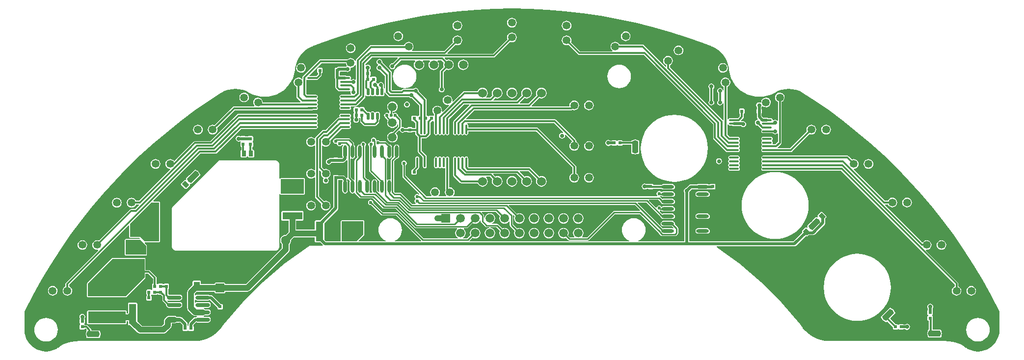
<source format=gtl>
G04 Layer_Physical_Order=1*
G04 Layer_Color=255*
%FSLAX44Y44*%
%MOMM*%
G71*
G01*
G75*
%ADD10C,1.5000*%
%ADD11R,0.6000X0.6000*%
%ADD12R,0.6000X0.6000*%
%ADD13R,1.1000X1.6000*%
%ADD14R,1.0000X1.5000*%
%ADD15R,1.3000X3.5000*%
%ADD16R,3.5000X1.3000*%
%ADD17R,6.5000X2.0000*%
%ADD18R,1.5000X1.0000*%
%ADD19O,0.3500X1.7000*%
%ADD20R,5.5000X2.2000*%
%ADD21O,2.5000X0.7000*%
G04:AMPARAMS|DCode=22|XSize=1.2mm|YSize=0.5mm|CornerRadius=0.125mm|HoleSize=0mm|Usage=FLASHONLY|Rotation=90.000|XOffset=0mm|YOffset=0mm|HoleType=Round|Shape=RoundedRectangle|*
%AMROUNDEDRECTD22*
21,1,1.2000,0.2500,0,0,90.0*
21,1,0.9500,0.5000,0,0,90.0*
1,1,0.2500,0.1250,0.4750*
1,1,0.2500,0.1250,-0.4750*
1,1,0.2500,-0.1250,-0.4750*
1,1,0.2500,-0.1250,0.4750*
%
%ADD22ROUNDEDRECTD22*%
%ADD23R,3.0000X2.3000*%
%ADD24O,1.7000X0.3500*%
%ADD25R,2.2000X5.5000*%
%ADD26O,0.6000X2.1500*%
%ADD27O,2.1500X0.6000*%
%ADD28C,0.5000*%
%ADD29C,0.2500*%
%ADD30C,0.3500*%
%ADD31C,0.3000*%
%ADD32C,1.0000*%
%ADD33R,1.5000X1.5000*%
%ADD34C,1.3500*%
%ADD35C,1.6000*%
%ADD36R,1.0000X0.8000*%
%ADD37R,0.8000X1.0000*%
G04:AMPARAMS|DCode=38|XSize=0.8mm|YSize=1mm|CornerRadius=0mm|HoleSize=0mm|Usage=FLASHONLY|Rotation=45.000|XOffset=0mm|YOffset=0mm|HoleType=Round|Shape=Rectangle|*
%AMROTATEDRECTD38*
4,1,4,0.0707,-0.6364,-0.6364,0.0707,-0.0707,0.6364,0.6364,-0.0707,0.0707,-0.6364,0.0*
%
%ADD38ROTATEDRECTD38*%

%ADD39R,1.5000X1.5000*%
%ADD40C,1.5240*%
%ADD41C,0.6000*%
%ADD42C,0.7000*%
G36*
X524018Y257017D02*
X524011Y257006D01*
X523662Y255250D01*
Y239750D01*
X524011Y237994D01*
X525006Y236506D01*
X526494Y235511D01*
X528250Y235162D01*
X530006Y235511D01*
X531145Y236273D01*
X531848Y236358D01*
X532689Y236008D01*
X533017Y235517D01*
X540517Y228017D01*
X541427Y227410D01*
X542500Y227196D01*
X563182D01*
X580360Y210017D01*
X581270Y209410D01*
X582343Y209196D01*
X603025D01*
X636110Y176111D01*
X637019Y175504D01*
X638092Y175290D01*
X708757D01*
X709188Y174020D01*
X708331Y173363D01*
X706889Y171483D01*
X705982Y169293D01*
X705672Y166944D01*
X705982Y164594D01*
X706889Y162405D01*
X708331Y160525D01*
X710211Y159082D01*
X710232Y159074D01*
X709979Y157804D01*
X651161D01*
X606983Y201983D01*
X606073Y202590D01*
X605000Y202804D01*
X581161D01*
X564485Y219480D01*
X564588Y220000D01*
X564239Y221756D01*
X563244Y223244D01*
X561756Y224239D01*
X560000Y224588D01*
X558244Y224239D01*
X556756Y223244D01*
X555761Y221756D01*
X555412Y220000D01*
X555761Y218244D01*
X556756Y216756D01*
X558244Y215761D01*
X560000Y215412D01*
X560520Y215515D01*
X578017Y198017D01*
X578927Y197410D01*
X580000Y197196D01*
X603839D01*
X647436Y153598D01*
X646910Y152328D01*
X601470D01*
X601282Y153598D01*
X601435Y153645D01*
X604953Y155525D01*
X608037Y158056D01*
X610567Y161139D01*
X612448Y164657D01*
X613605Y168474D01*
X613997Y172444D01*
X613605Y176414D01*
X612448Y180231D01*
X610567Y183749D01*
X608037Y186832D01*
X604953Y189363D01*
X601435Y191243D01*
X597618Y192401D01*
X593648Y192792D01*
X589679Y192401D01*
X585862Y191243D01*
X582344Y189363D01*
X579260Y186832D01*
X576730Y183749D01*
X574849Y180231D01*
X573691Y176414D01*
X573301Y172444D01*
X573691Y168474D01*
X574849Y164657D01*
X576730Y161139D01*
X579260Y158056D01*
X582344Y155525D01*
X585862Y153645D01*
X586015Y153598D01*
X585826Y152328D01*
X538784D01*
X538298Y153502D01*
X548648Y163852D01*
X549123Y165000D01*
Y187500D01*
X548648Y188648D01*
X547500Y189123D01*
X524700Y189124D01*
X510000Y189124D01*
X508852Y188648D01*
X508376Y187500D01*
X508376Y152500D01*
X508262Y152328D01*
X483189D01*
X479924Y155594D01*
Y184156D01*
X502884Y207116D01*
X502884Y207116D01*
X503768Y208439D01*
X504078Y210000D01*
X504078Y210000D01*
Y258323D01*
X504148Y258352D01*
X504177Y258422D01*
X510811D01*
X511472Y257761D01*
Y257246D01*
X511311Y257006D01*
X510962Y255250D01*
Y239750D01*
X511311Y237994D01*
X512306Y236506D01*
X513794Y235511D01*
X515550Y235162D01*
X517306Y235511D01*
X518794Y236506D01*
X519789Y237994D01*
X520138Y239750D01*
Y255250D01*
X519789Y257006D01*
X519628Y257246D01*
Y259450D01*
X519628Y259450D01*
X519572Y259734D01*
X520759Y260276D01*
X524018Y257017D01*
D02*
G37*
G36*
X547500Y187500D02*
Y165000D01*
X535000Y152500D01*
X510000D01*
X510000Y187500D01*
X547500Y187500D01*
D02*
G37*
G36*
X834314Y554191D02*
X864947Y552686D01*
X895515Y550179D01*
X925984Y546674D01*
X956322Y542174D01*
X986497Y536683D01*
X1016475Y530209D01*
X1046226Y522756D01*
X1075717Y514335D01*
X1104917Y504953D01*
X1133794Y494620D01*
X1147035Y489388D01*
X1148216Y488921D01*
X1149417Y488504D01*
X1154502Y485996D01*
X1159638Y482565D01*
X1164282Y478492D01*
X1168355Y473847D01*
X1171787Y468711D01*
X1174519Y463171D01*
X1176505Y457322D01*
X1177710Y451263D01*
X1177808Y449763D01*
X1177808D01*
X1177883Y449699D01*
X1177989Y448090D01*
X1179338Y441308D01*
X1181560Y434760D01*
X1184619Y428559D01*
X1188460Y422809D01*
X1193020Y417610D01*
X1198219Y413051D01*
X1203968Y409209D01*
X1210170Y406151D01*
X1216718Y403928D01*
X1223500Y402579D01*
X1230399Y402127D01*
X1237300Y402579D01*
X1244081Y403928D01*
X1250629Y406151D01*
X1255958Y408778D01*
X1256831Y409209D01*
X1257080Y409375D01*
X1258177Y410013D01*
X1262816Y412301D01*
X1268665Y414286D01*
X1274724Y415491D01*
X1280888Y415895D01*
X1287052Y415491D01*
X1293110Y414286D01*
X1298960Y412301D01*
X1304500Y409569D01*
X1306163Y408457D01*
X1306163Y408457D01*
X1306175Y408460D01*
X1324356Y396738D01*
X1349575Y379283D01*
X1374209Y361013D01*
X1398233Y341947D01*
X1421619Y322105D01*
X1444344Y301508D01*
X1466383Y280179D01*
X1487712Y258140D01*
X1508309Y235415D01*
X1528151Y212028D01*
X1547218Y188005D01*
X1565488Y163370D01*
X1582942Y138151D01*
X1599562Y112375D01*
X1615329Y86068D01*
X1630228Y59260D01*
X1644241Y31978D01*
X1644600Y31219D01*
Y1263D01*
X1644600Y1251D01*
X1644600Y0D01*
X1644544Y-1247D01*
X1644182Y-5842D01*
X1642814Y-11540D01*
X1640572Y-16954D01*
X1637510Y-21951D01*
X1633704Y-26407D01*
X1629248Y-30213D01*
X1624251Y-33275D01*
X1618837Y-35517D01*
X1613139Y-36885D01*
X1607297Y-37345D01*
X1601455Y-36885D01*
X1595757Y-35517D01*
X1590343Y-33275D01*
X1585915Y-30562D01*
X1585915Y-30562D01*
X1585915Y-30562D01*
X1585836Y-30575D01*
X1583347Y-28810D01*
X1577179Y-25401D01*
X1570667Y-22703D01*
X1563895Y-20752D01*
X1556947Y-19572D01*
X1549910Y-19176D01*
Y-19222D01*
X1350690D01*
X1350502Y-19259D01*
X1343217Y-18781D01*
X1335873Y-17320D01*
X1328783Y-14913D01*
X1322067Y-11602D01*
X1315841Y-7441D01*
X1310211Y-2504D01*
X1306127Y2153D01*
X1305315Y3094D01*
X1305103Y3389D01*
X1305078Y3406D01*
X1304553Y4100D01*
X1300654Y9251D01*
X1284888Y28461D01*
X1268381Y47038D01*
X1251156Y64952D01*
X1233242Y82176D01*
X1214666Y98684D01*
X1195456Y114449D01*
X1175641Y129448D01*
X1156338Y142902D01*
X1156737Y144172D01*
X1290910D01*
X1290910Y144172D01*
X1292471Y144482D01*
X1293794Y145366D01*
X1310761Y162333D01*
X1311413Y161681D01*
X1312561Y161206D01*
X1313709Y161681D01*
X1315449Y163422D01*
X1322888D01*
X1322888Y163422D01*
X1324449Y163732D01*
X1325772Y164616D01*
X1342779Y181623D01*
X1342779Y181623D01*
X1343663Y182946D01*
X1343974Y184507D01*
Y191946D01*
X1345882Y193855D01*
X1346358Y195003D01*
X1345882Y196151D01*
X1338811Y203222D01*
X1337663Y203697D01*
X1336515Y203222D01*
X1330858Y197565D01*
X1330383Y196417D01*
X1330858Y195269D01*
X1329972Y194383D01*
X1328824Y194859D01*
X1327676Y194383D01*
X1322019Y188726D01*
X1321952Y188563D01*
X1319000Y185612D01*
X1318837Y185544D01*
X1313180Y179888D01*
X1312705Y178739D01*
X1313180Y177591D01*
X1312294Y176705D01*
X1311146Y177181D01*
X1309998Y176705D01*
X1304341Y171049D01*
X1303866Y169901D01*
X1304341Y168752D01*
X1304993Y168101D01*
X1289221Y152328D01*
X1109078D01*
Y237104D01*
X1109710Y238049D01*
X1109932Y239164D01*
X1113639Y242872D01*
X1122754D01*
X1122994Y242711D01*
X1124750Y242362D01*
X1140250D01*
X1142006Y242711D01*
X1142246Y242872D01*
X1149450D01*
X1149474Y242876D01*
X1153000D01*
X1154148Y243352D01*
X1154624Y244500D01*
Y250500D01*
X1154148Y251648D01*
X1153000Y252124D01*
X1147000D01*
X1145852Y251648D01*
X1145595Y251028D01*
X1142246D01*
X1142006Y251189D01*
X1140250Y251538D01*
X1124750D01*
X1122994Y251189D01*
X1122754Y251028D01*
X1111950D01*
X1111950Y251028D01*
X1110389Y250718D01*
X1109066Y249834D01*
X1104164Y244932D01*
X1103049Y244710D01*
X1101395Y243605D01*
X1100290Y241951D01*
X1099902Y240000D01*
X1100290Y238049D01*
X1100922Y237104D01*
Y152328D01*
X1021470D01*
X1021282Y153598D01*
X1021435Y153645D01*
X1024953Y155525D01*
X1028037Y158056D01*
X1030567Y161139D01*
X1032448Y164657D01*
X1033605Y168474D01*
X1033996Y172444D01*
X1033605Y176414D01*
X1032448Y180231D01*
X1030567Y183749D01*
X1028037Y186832D01*
X1024953Y189363D01*
X1021435Y191243D01*
X1017618Y192401D01*
X1013649Y192792D01*
X1009679Y192401D01*
X1005862Y191243D01*
X1002344Y189363D01*
X999260Y186832D01*
X996730Y183749D01*
X994849Y180231D01*
X993691Y176414D01*
X993300Y172444D01*
X993691Y168474D01*
X994849Y164657D01*
X996730Y161139D01*
X999260Y158056D01*
X1002344Y155525D01*
X1005862Y153645D01*
X1006015Y153598D01*
X1005827Y152328D01*
X730590D01*
X730064Y153598D01*
X735575Y159110D01*
X735611Y159082D01*
X737801Y158176D01*
X740150Y157866D01*
X742499Y158176D01*
X744689Y159082D01*
X746569Y160525D01*
X748011Y162405D01*
X748918Y164594D01*
X749228Y166944D01*
X748918Y169293D01*
X748011Y171483D01*
X746569Y173363D01*
X744689Y174805D01*
X742499Y175712D01*
X740150Y176021D01*
X737801Y175712D01*
X735611Y174805D01*
X733731Y173363D01*
X732289Y171483D01*
X731382Y169293D01*
X731072Y166944D01*
X731382Y164594D01*
X731893Y163359D01*
X726339Y157804D01*
X719521D01*
X719268Y159074D01*
X719289Y159082D01*
X721169Y160525D01*
X722611Y162405D01*
X723518Y164594D01*
X723828Y166944D01*
X723518Y169293D01*
X722611Y171483D01*
X721169Y173363D01*
X720312Y174020D01*
X720743Y175290D01*
X725900D01*
X726973Y175504D01*
X727883Y176111D01*
X736066Y184294D01*
X737801Y183576D01*
X740150Y183266D01*
X742499Y183576D01*
X744689Y184482D01*
X746569Y185925D01*
X748011Y187805D01*
X748426Y188806D01*
X749696Y188554D01*
Y187500D01*
X749910Y186427D01*
X750517Y185517D01*
X758017Y178017D01*
X758927Y177410D01*
X760000Y177196D01*
X764742D01*
X764825Y175926D01*
X763201Y175712D01*
X761011Y174805D01*
X759131Y173363D01*
X757689Y171483D01*
X756782Y169293D01*
X756472Y166944D01*
X756782Y164594D01*
X757689Y162405D01*
X759131Y160525D01*
X761011Y159082D01*
X763201Y158176D01*
X765550Y157866D01*
X767899Y158176D01*
X770089Y159082D01*
X771969Y160525D01*
X773411Y162405D01*
X774318Y164594D01*
X774628Y166944D01*
X774318Y169293D01*
X773411Y171483D01*
X771969Y173363D01*
X770089Y174805D01*
X767899Y175712D01*
X766275Y175926D01*
X766358Y177196D01*
X776732D01*
X782900Y171028D01*
X782182Y169293D01*
X781872Y166944D01*
X782182Y164594D01*
X783089Y162405D01*
X784531Y160525D01*
X786411Y159082D01*
X788600Y158176D01*
X790950Y157866D01*
X793299Y158176D01*
X795489Y159082D01*
X797369Y160525D01*
X798811Y162405D01*
X799718Y164594D01*
X800028Y166944D01*
X799718Y169293D01*
X798811Y171483D01*
X797369Y173363D01*
X795489Y174805D01*
X793299Y175712D01*
X790950Y176021D01*
X788600Y175712D01*
X786866Y174994D01*
X779876Y181983D01*
X778967Y182590D01*
X777894Y182804D01*
X769355D01*
X769102Y184074D01*
X770089Y184482D01*
X771969Y185925D01*
X773411Y187805D01*
X774318Y189994D01*
X774628Y192344D01*
X774318Y194693D01*
X773411Y196883D01*
X771969Y198763D01*
X770089Y200205D01*
X767899Y201112D01*
X765550Y201422D01*
X763201Y201112D01*
X761011Y200205D01*
X759131Y198763D01*
X757689Y196883D01*
X756782Y194693D01*
X756574Y193115D01*
X755304Y193198D01*
Y197500D01*
X755090Y198573D01*
X754483Y199483D01*
X751348Y202617D01*
X751834Y203790D01*
X775539D01*
X782900Y196428D01*
X782182Y194693D01*
X781872Y192344D01*
X782182Y189994D01*
X783089Y187805D01*
X784531Y185925D01*
X786411Y184482D01*
X788600Y183576D01*
X790950Y183266D01*
X793299Y183576D01*
X795489Y184482D01*
X797369Y185925D01*
X798426Y187303D01*
X799696Y186872D01*
Y180794D01*
X799910Y179721D01*
X800517Y178811D01*
X808300Y171028D01*
X807582Y169293D01*
X807272Y166944D01*
X807582Y164594D01*
X808489Y162405D01*
X809931Y160525D01*
X811811Y159082D01*
X814000Y158176D01*
X816350Y157866D01*
X818699Y158176D01*
X820889Y159082D01*
X822769Y160525D01*
X824212Y162405D01*
X825118Y164594D01*
X825428Y166944D01*
X825118Y169293D01*
X824212Y171483D01*
X822769Y173363D01*
X820889Y174805D01*
X818699Y175712D01*
X816350Y176021D01*
X814000Y175712D01*
X812266Y174994D01*
X805304Y181955D01*
Y197500D01*
X805272Y197661D01*
X806442Y198286D01*
X808300Y196428D01*
X807582Y194693D01*
X807272Y192344D01*
X807582Y189994D01*
X808489Y187805D01*
X809931Y185925D01*
X811811Y184482D01*
X814000Y183576D01*
X816350Y183266D01*
X818699Y183576D01*
X820889Y184482D01*
X822769Y185925D01*
X824212Y187805D01*
X825118Y189994D01*
X825428Y192344D01*
X825118Y194693D01*
X824212Y196883D01*
X822769Y198763D01*
X820889Y200205D01*
X818699Y201112D01*
X816350Y201422D01*
X814000Y201112D01*
X812266Y200394D01*
X798042Y214617D01*
X798529Y215790D01*
X1015245D01*
X1024461Y206574D01*
X1023935Y205304D01*
X980000D01*
X978927Y205090D01*
X978017Y204483D01*
X933033Y159498D01*
X924936D01*
X924555Y160768D01*
X925811Y162405D01*
X926718Y164594D01*
X927028Y166944D01*
X926718Y169293D01*
X925811Y171483D01*
X924369Y173363D01*
X922489Y174805D01*
X920300Y175712D01*
X917950Y176021D01*
X915601Y175712D01*
X913411Y174805D01*
X911531Y173363D01*
X910089Y171483D01*
X909182Y169293D01*
X908872Y166944D01*
X909182Y164594D01*
X910089Y162405D01*
X911345Y160768D01*
X910964Y159498D01*
X903961D01*
X900600Y162859D01*
X901318Y164594D01*
X901628Y166944D01*
X901318Y169293D01*
X900412Y171483D01*
X898969Y173363D01*
X897089Y174805D01*
X894900Y175712D01*
X892550Y176021D01*
X890201Y175712D01*
X888011Y174805D01*
X886131Y173363D01*
X884689Y171483D01*
X883782Y169293D01*
X883472Y166944D01*
X883782Y164594D01*
X884689Y162405D01*
X886131Y160525D01*
X888011Y159082D01*
X890201Y158176D01*
X892550Y157866D01*
X894900Y158176D01*
X896634Y158894D01*
X900817Y154711D01*
X901727Y154103D01*
X902800Y153890D01*
X934194D01*
X935267Y154103D01*
X936177Y154711D01*
X981161Y199696D01*
X1023839D01*
X1056752Y166783D01*
X1057017Y166386D01*
X1060386Y163017D01*
X1061295Y162410D01*
X1062368Y162196D01*
X1085000D01*
X1086073Y162410D01*
X1086983Y163017D01*
X1089483Y165517D01*
X1090090Y166427D01*
X1090304Y167500D01*
Y175000D01*
X1090090Y176073D01*
X1089483Y176983D01*
X1084536Y181929D01*
X1084838Y183450D01*
X1084489Y185206D01*
X1083494Y186694D01*
X1082006Y187689D01*
X1080250Y188038D01*
X1064750D01*
X1062994Y187689D01*
X1061506Y186694D01*
X1060511Y185206D01*
X1060162Y183450D01*
X1060511Y181694D01*
X1061506Y180206D01*
X1062994Y179211D01*
X1064750Y178862D01*
X1079673D01*
X1082394Y176140D01*
X1081686Y175053D01*
X1080250Y175338D01*
X1064750D01*
X1063813Y175152D01*
X1020349Y218617D01*
X1020835Y219790D01*
X1035495D01*
X1060417Y194868D01*
X1060511Y194394D01*
X1061506Y192906D01*
X1062994Y191911D01*
X1064750Y191562D01*
X1080250D01*
X1082006Y191911D01*
X1083494Y192906D01*
X1084489Y194394D01*
X1084838Y196150D01*
X1084489Y197906D01*
X1083494Y199394D01*
X1082006Y200389D01*
X1080250Y200738D01*
X1064750D01*
X1062994Y200389D01*
X1062894Y200322D01*
X1058706Y204510D01*
X1059074Y205725D01*
X1059256Y205761D01*
X1059682Y206046D01*
X1061211D01*
X1061506Y205606D01*
X1062994Y204611D01*
X1064750Y204262D01*
X1080250D01*
X1082006Y204611D01*
X1083494Y205606D01*
X1084489Y207094D01*
X1084838Y208850D01*
X1084489Y210606D01*
X1083494Y212094D01*
X1082006Y213089D01*
X1080250Y213438D01*
X1064750D01*
X1062994Y213089D01*
X1061511Y212098D01*
X1060744Y213244D01*
X1059256Y214239D01*
X1057500Y214588D01*
X1055744Y214239D01*
X1054256Y213244D01*
X1053261Y211756D01*
X1053225Y211574D01*
X1052010Y211206D01*
X1039789Y223426D01*
X1040315Y224696D01*
X1056339D01*
X1060330Y220705D01*
X1060511Y219794D01*
X1061506Y218306D01*
X1062994Y217311D01*
X1064750Y216962D01*
X1080250D01*
X1082006Y217311D01*
X1083494Y218306D01*
X1084489Y219794D01*
X1084838Y221550D01*
X1084489Y223306D01*
X1083494Y224794D01*
X1082006Y225789D01*
X1080250Y226138D01*
X1064750D01*
X1063146Y225819D01*
X1059483Y229483D01*
X1059449Y229505D01*
X1059388Y229906D01*
X1059556Y230961D01*
X1060281Y231446D01*
X1061211D01*
X1061506Y231006D01*
X1062994Y230011D01*
X1064750Y229662D01*
X1080250D01*
X1082006Y230011D01*
X1083494Y231006D01*
X1084489Y232494D01*
X1084838Y234250D01*
X1084489Y236006D01*
X1083494Y237494D01*
X1082006Y238489D01*
X1080250Y238838D01*
X1064750D01*
X1062994Y238489D01*
X1062382Y238080D01*
X1060744Y238244D01*
X1059256Y239239D01*
X1057500Y239588D01*
X1055744Y239239D01*
X1054256Y238244D01*
X1053261Y236756D01*
X1052912Y235000D01*
X1053261Y233244D01*
X1054256Y231756D01*
X1054528Y231574D01*
X1054143Y230304D01*
X702571D01*
X702304Y231089D01*
X702243Y231574D01*
X703555Y233283D01*
X704386Y235290D01*
X704670Y237444D01*
X704386Y239598D01*
X703555Y241604D01*
X702232Y243328D01*
X700509Y244650D01*
X698502Y245482D01*
X696348Y245765D01*
X695564Y246453D01*
Y289000D01*
Y295750D01*
X695311Y297018D01*
X694593Y298093D01*
X693518Y298811D01*
X692250Y299064D01*
X690982Y298811D01*
X689907Y298093D01*
X689764Y297879D01*
X688236D01*
X688093Y298093D01*
X687018Y298811D01*
X685750Y299064D01*
X684482Y298811D01*
X683407Y298093D01*
X683264Y297879D01*
X681736D01*
X681593Y298093D01*
X680518Y298811D01*
X679250Y299064D01*
X677982Y298811D01*
X676907Y298093D01*
X676764Y297879D01*
X675236D01*
X675093Y298093D01*
X674018Y298811D01*
X672750Y299064D01*
X671482Y298811D01*
X670407Y298093D01*
X669689Y297018D01*
X669436Y295750D01*
Y282250D01*
X669689Y280982D01*
X670407Y279907D01*
X671482Y279189D01*
X672750Y278936D01*
X674018Y279189D01*
X675093Y279907D01*
X675236Y280121D01*
X676764D01*
X676907Y279907D01*
X677982Y279189D01*
X679250Y278936D01*
X680518Y279189D01*
X681593Y279907D01*
X681736Y280121D01*
X683264D01*
X683407Y279907D01*
X684482Y279189D01*
X685750Y278936D01*
X687018Y279189D01*
X687666Y279622D01*
X688936Y279057D01*
Y241542D01*
X688995Y241249D01*
X688311Y239598D01*
X688027Y237444D01*
X688311Y235290D01*
X689142Y233283D01*
X690454Y231574D01*
X690393Y231089D01*
X690126Y230304D01*
X677171D01*
X676904Y231089D01*
X676843Y231574D01*
X678155Y233283D01*
X678986Y235290D01*
X679270Y237444D01*
X678986Y239598D01*
X678155Y241604D01*
X676832Y243328D01*
X675109Y244650D01*
X673102Y245482D01*
X670948Y245765D01*
X668795Y245482D01*
X666788Y244650D01*
X665064Y243328D01*
X663742Y241604D01*
X662911Y239598D01*
X662627Y237444D01*
X662911Y235290D01*
X663742Y233283D01*
X665054Y231574D01*
X664993Y231089D01*
X664726Y230304D01*
X656161D01*
X620304Y266161D01*
Y283961D01*
X620744Y284256D01*
X621739Y285744D01*
X622088Y287500D01*
X621739Y289256D01*
X620744Y290744D01*
X619256Y291739D01*
X617500Y292088D01*
X615744Y291739D01*
X614256Y290744D01*
X613261Y289256D01*
X612912Y287500D01*
X613261Y285744D01*
X614256Y284256D01*
X614696Y283961D01*
Y265000D01*
X614910Y263927D01*
X615517Y263017D01*
X643686Y234849D01*
X643218Y233520D01*
X642885Y233484D01*
X641756Y234239D01*
X640000Y234588D01*
X638244Y234239D01*
X636756Y233244D01*
X635761Y231756D01*
X635412Y230000D01*
X635761Y228244D01*
X636756Y226756D01*
Y225744D01*
X635761Y224256D01*
X635412Y222500D01*
X635761Y220744D01*
X636756Y219256D01*
X637636Y218668D01*
X637250Y217398D01*
X631567D01*
X612983Y235983D01*
X612073Y236590D01*
X611000Y236804D01*
X602161D01*
X600304Y238661D01*
Y291339D01*
X604181Y295215D01*
X604450Y295162D01*
X606206Y295511D01*
X607694Y296506D01*
X608689Y297994D01*
X609038Y299750D01*
Y315250D01*
X608689Y317006D01*
X607694Y318494D01*
X606206Y319489D01*
X604450Y319838D01*
X602694Y319489D01*
X601206Y318494D01*
X600211Y317006D01*
X599862Y315250D01*
Y299750D01*
X600015Y298980D01*
X595517Y294483D01*
X594910Y293573D01*
X594696Y292500D01*
Y260041D01*
X593699Y259508D01*
X593426Y259505D01*
X591750Y259838D01*
X589994Y259489D01*
X589074Y258874D01*
X587804Y259553D01*
Y295000D01*
X587678Y295632D01*
X588844Y296280D01*
X589994Y295511D01*
X591750Y295162D01*
X593506Y295511D01*
X594994Y296506D01*
X595989Y297994D01*
X596338Y299750D01*
Y315250D01*
X595989Y317006D01*
X594994Y318494D01*
X593506Y319489D01*
X591750Y319838D01*
X591647Y319818D01*
X586983Y324483D01*
X586073Y325090D01*
X585000Y325304D01*
X576039D01*
X575744Y325744D01*
X574256Y326739D01*
X572500Y327088D01*
X570744Y326739D01*
X570730Y326729D01*
X569587Y327493D01*
X569588Y327500D01*
X569239Y329256D01*
X568244Y330744D01*
X566756Y331739D01*
X565000Y332088D01*
X563244Y331739D01*
X561756Y330744D01*
X560761Y329256D01*
X560412Y327500D01*
X560761Y325744D01*
X560770Y325731D01*
X560064Y324501D01*
X558744Y324239D01*
X557256Y323244D01*
X556261Y321756D01*
X555912Y320000D01*
X556261Y318244D01*
X557196Y316845D01*
Y275000D01*
X557410Y273927D01*
X558017Y273017D01*
X574681Y256353D01*
X574462Y255250D01*
Y239750D01*
X574698Y238563D01*
X573527Y237938D01*
X570938Y240527D01*
Y255250D01*
X570589Y257006D01*
X569594Y258494D01*
X568106Y259489D01*
X566350Y259838D01*
X564594Y259489D01*
X563106Y258494D01*
X562111Y257006D01*
X561762Y255250D01*
Y239750D01*
X562095Y238074D01*
X562092Y237801D01*
X561559Y236804D01*
X558441D01*
X557908Y237801D01*
X557905Y238074D01*
X558238Y239750D01*
Y255250D01*
X557889Y257006D01*
X556894Y258494D01*
X555406Y259489D01*
X554245Y259720D01*
X550304Y263661D01*
Y316461D01*
X550744Y316756D01*
X551739Y318244D01*
X552088Y320000D01*
X551739Y321756D01*
X550744Y323244D01*
X549256Y324239D01*
X547500Y324588D01*
X545744Y324239D01*
X544256Y323244D01*
X543261Y321756D01*
X543035Y320620D01*
X542850Y319985D01*
X541678Y319693D01*
X540950Y319838D01*
X539194Y319489D01*
X537706Y318494D01*
X536711Y317006D01*
X536362Y315250D01*
Y299750D01*
X536681Y298146D01*
X533017Y294483D01*
X532410Y293573D01*
X532196Y292500D01*
Y259553D01*
X530926Y258874D01*
X530006Y259489D01*
X529345Y259620D01*
X525304Y263661D01*
Y294959D01*
X526301Y295492D01*
X526574Y295495D01*
X528250Y295162D01*
X530006Y295511D01*
X531494Y296506D01*
X532489Y297994D01*
X532838Y299750D01*
Y315250D01*
X532489Y317006D01*
X531494Y318494D01*
X531054Y318789D01*
Y321750D01*
X530840Y322823D01*
X530233Y323733D01*
X524233Y329733D01*
X523323Y330340D01*
X522250Y330554D01*
X500250D01*
X499177Y330340D01*
X499035Y330246D01*
X497744Y329989D01*
X496256Y328994D01*
X495261Y327506D01*
X494912Y325750D01*
X495261Y323994D01*
X496256Y322506D01*
X497744Y321511D01*
X499500Y321162D01*
X500446Y321350D01*
X500589Y321338D01*
X501484Y321065D01*
X501810Y320425D01*
X501910Y319927D01*
X501931Y319894D01*
X502011Y319494D01*
X503006Y318006D01*
X504494Y317011D01*
X506250Y316662D01*
X508006Y317011D01*
X509494Y318006D01*
X510489Y319494D01*
X510529Y319696D01*
X511818D01*
X512181Y318802D01*
X512260Y318426D01*
X511311Y317006D01*
X510962Y315250D01*
Y299750D01*
X511311Y297994D01*
X511472Y297754D01*
Y297239D01*
X510811Y296578D01*
X504177D01*
X504148Y296648D01*
X503000Y297124D01*
X497000D01*
X495852Y296648D01*
X495823Y296578D01*
X490000D01*
X490000Y296578D01*
X488439Y296268D01*
X487116Y295384D01*
X486664Y294932D01*
X485549Y294710D01*
X483895Y293605D01*
X482790Y291951D01*
X482402Y290000D01*
X482790Y288049D01*
X483895Y286395D01*
X485549Y285290D01*
X487500Y284902D01*
X489451Y285290D01*
X491105Y286395D01*
X492210Y288049D01*
X492284Y288422D01*
X495823D01*
X495852Y288352D01*
X497000Y287876D01*
X503000D01*
X504148Y288352D01*
X504177Y288422D01*
X512500D01*
X512500Y288422D01*
X514061Y288732D01*
X515384Y289616D01*
X518426Y292658D01*
X518459Y292658D01*
X519696Y292269D01*
Y262731D01*
X519139Y262408D01*
X518459Y262296D01*
X518434Y262334D01*
X515384Y265384D01*
X514061Y266268D01*
X512500Y266578D01*
X512500Y266578D01*
X504177D01*
X504148Y266648D01*
X503000Y267124D01*
X497000D01*
X495852Y266648D01*
X495376Y265500D01*
Y259500D01*
X495852Y258352D01*
X495922Y258323D01*
Y211689D01*
X473356Y189124D01*
X465300D01*
X464152Y188648D01*
X463676Y187500D01*
Y172730D01*
X431556D01*
Y188676D01*
X442500D01*
X443648Y189152D01*
X444124Y190300D01*
Y203300D01*
X443648Y204448D01*
X442500Y204924D01*
X407500D01*
X406352Y204448D01*
X405876Y203300D01*
Y190300D01*
X406352Y189152D01*
X407500Y188676D01*
X418444D01*
Y168890D01*
X413671Y164116D01*
X412608Y164163D01*
X410166Y163621D01*
X407947Y162466D01*
X406103Y160776D01*
X404759Y158667D01*
X404007Y156281D01*
X403898Y153782D01*
X404439Y151340D01*
X405594Y149121D01*
X406887Y147710D01*
Y141159D01*
X344784Y79056D01*
X309124D01*
Y80000D01*
X308648Y81148D01*
X307500Y81624D01*
X292500D01*
X291352Y81148D01*
X290876Y80000D01*
Y79056D01*
X267124D01*
Y83000D01*
X266648Y84148D01*
X265500Y84624D01*
X254500D01*
X253352Y84148D01*
X252876Y83000D01*
Y77148D01*
X245364Y69636D01*
X244322Y68278D01*
X243667Y66697D01*
X243444Y65000D01*
Y37500D01*
X243667Y35803D01*
X244322Y34222D01*
X245364Y32864D01*
X252664Y25564D01*
X254022Y24522D01*
X255603Y23867D01*
X257300Y23644D01*
X259749D01*
X259874Y22374D01*
X259049Y22210D01*
X258104Y21578D01*
X257500D01*
X257500Y21578D01*
X255939Y21268D01*
X254616Y20384D01*
X247116Y12884D01*
X246232Y11561D01*
X245922Y10000D01*
X245922Y10000D01*
Y7309D01*
X244765Y6853D01*
X244577Y6889D01*
X244078Y7424D01*
Y10000D01*
X243768Y11561D01*
X242884Y12884D01*
X242884Y12884D01*
X235384Y20384D01*
X234061Y21268D01*
X233064Y21466D01*
X231951Y22210D01*
X230000Y22598D01*
X225033D01*
X224278Y23178D01*
X222697Y23833D01*
X221000Y24056D01*
X212500D01*
X210803Y23833D01*
X209222Y23178D01*
X207864Y22136D01*
X205364Y19636D01*
X204322Y18278D01*
X203667Y16697D01*
X203444Y15000D01*
Y10216D01*
X199784Y6556D01*
X165216D01*
X157424Y14348D01*
Y45000D01*
X156948Y46148D01*
X155800Y46624D01*
X142800D01*
X141652Y46148D01*
X141176Y45000D01*
Y28648D01*
X140584Y28056D01*
X139124D01*
Y31500D01*
X138648Y32648D01*
X137500Y33124D01*
X72500D01*
X71352Y32648D01*
X70876Y31500D01*
Y11500D01*
X71352Y10352D01*
X72500Y9876D01*
X137500D01*
X138648Y10352D01*
X139124Y11500D01*
Y14944D01*
X141176D01*
Y10000D01*
X141652Y8852D01*
X142800Y8376D01*
X144852D01*
X157864Y-4636D01*
X159222Y-5678D01*
X160803Y-6333D01*
X162500Y-6556D01*
X202500D01*
X204197Y-6333D01*
X205778Y-5678D01*
X207136Y-4636D01*
X214636Y2864D01*
X215678Y4222D01*
X216333Y5803D01*
X216556Y7500D01*
Y10944D01*
X221000D01*
X222697Y11167D01*
X224278Y11822D01*
X225034Y12402D01*
X230000D01*
X231527Y12706D01*
X235922Y8311D01*
Y6677D01*
X235852Y6648D01*
X235376Y5500D01*
Y-500D01*
X235852Y-1648D01*
X237000Y-2124D01*
X243000D01*
X244148Y-1648D01*
X244313Y-1251D01*
X245687D01*
X245852Y-1648D01*
X247000Y-2124D01*
X253000D01*
X254148Y-1648D01*
X254624Y-500D01*
Y5500D01*
X254148Y6648D01*
X254078Y6677D01*
Y8311D01*
X258755Y12987D01*
X259049Y12790D01*
X261000Y12402D01*
X279000D01*
X280951Y12790D01*
X282605Y13895D01*
X283710Y15549D01*
X284098Y17500D01*
X283710Y19451D01*
X282605Y21105D01*
X280951Y22210D01*
X279000Y22598D01*
X271785D01*
X271697Y23867D01*
X273278Y24522D01*
X274034Y25102D01*
X279000D01*
X280951Y25490D01*
X282605Y26595D01*
X283710Y28249D01*
X284098Y30200D01*
X283710Y32151D01*
X282605Y33805D01*
X280951Y34910D01*
X279000Y35298D01*
X274034D01*
X273278Y35878D01*
X271697Y36533D01*
X271785Y37802D01*
X279000D01*
X280951Y38190D01*
X282605Y39295D01*
X283710Y40949D01*
X284098Y42900D01*
X283710Y44851D01*
X282605Y46505D01*
X280951Y47610D01*
X279000Y47998D01*
X261000D01*
X259049Y47610D01*
X257826Y46793D01*
X256556Y47361D01*
Y51139D01*
X257826Y51707D01*
X259049Y50890D01*
X261000Y50502D01*
X279000D01*
X280951Y50890D01*
X281896Y51522D01*
X282711D01*
X295376Y38856D01*
Y37000D01*
X295852Y35852D01*
X297000Y35376D01*
X303000D01*
X304148Y35852D01*
X304624Y37000D01*
Y43000D01*
X304148Y44148D01*
X303000Y44624D01*
X301144D01*
X287284Y58484D01*
X285961Y59368D01*
X284400Y59678D01*
X284400Y59678D01*
X281896D01*
X280951Y60310D01*
X279000Y60698D01*
X261000D01*
X259049Y60310D01*
X257826Y59493D01*
X256556Y60061D01*
Y62284D01*
X259648Y65376D01*
X265500D01*
X266648Y65852D01*
X266686Y65944D01*
X290876D01*
Y65000D01*
X291352Y63852D01*
X292500Y63376D01*
X307500D01*
X308648Y63852D01*
X309124Y65000D01*
Y65944D01*
X347500D01*
X349197Y66167D01*
X350778Y66822D01*
X352136Y67864D01*
X418079Y133807D01*
X419121Y135165D01*
X419776Y136746D01*
X419999Y138443D01*
Y147739D01*
X420783Y148458D01*
X422127Y150568D01*
X422879Y152953D01*
X422963Y154865D01*
X427716Y159618D01*
X463676D01*
Y152500D01*
X464152Y151352D01*
X465300Y150876D01*
X473106D01*
X477465Y146518D01*
X476939Y145248D01*
X455403D01*
X455403Y145248D01*
X454330Y145034D01*
X453836Y144805D01*
Y144805D01*
X452044Y143658D01*
X431656Y129448D01*
X411841Y114449D01*
X392631Y98684D01*
X374054Y82176D01*
X356140Y64952D01*
X338916Y47038D01*
X322409Y28461D01*
X306643Y9251D01*
X302744Y4100D01*
X302219Y3406D01*
X302194Y3389D01*
X301982Y3093D01*
X301170Y2153D01*
X297086Y-2504D01*
X291456Y-7441D01*
X285230Y-11602D01*
X278514Y-14913D01*
X271424Y-17320D01*
X264079Y-18781D01*
X256794Y-19259D01*
X256607Y-19222D01*
X57387D01*
Y-19176D01*
X50350Y-19572D01*
X43402Y-20752D01*
X36630Y-22703D01*
X30118Y-25401D01*
X23950Y-28810D01*
X21461Y-30575D01*
X21382Y-30562D01*
X21382Y-30562D01*
X21382Y-30562D01*
X16954Y-33275D01*
X11540Y-35517D01*
X5842Y-36885D01*
X0Y-37345D01*
X-5842Y-36885D01*
X-11540Y-35517D01*
X-16954Y-33275D01*
X-21951Y-30213D01*
X-26407Y-26407D01*
X-30213Y-21951D01*
X-33275Y-16954D01*
X-35517Y-11540D01*
X-36885Y-5842D01*
X-37333Y-151D01*
X-37303Y0D01*
Y31219D01*
X-36944Y31978D01*
X-22931Y59260D01*
X-8033Y86068D01*
X7735Y112375D01*
X24355Y138151D01*
X41809Y163370D01*
X60079Y188005D01*
X79146Y212028D01*
X98988Y235415D01*
X119585Y258140D01*
X140914Y280179D01*
X162953Y301508D01*
X185678Y322105D01*
X209064Y341947D01*
X233088Y361013D01*
X257722Y379283D01*
X282941Y396738D01*
X301122Y408460D01*
X301134Y408457D01*
X301134Y408457D01*
X302797Y409569D01*
X308337Y412301D01*
X314187Y414286D01*
X320245Y415491D01*
X326409Y415895D01*
X332573Y415491D01*
X338632Y414286D01*
X344481Y412301D01*
X349120Y410013D01*
X350217Y409375D01*
X350466Y409209D01*
X351339Y408778D01*
X356668Y406151D01*
X363215Y403928D01*
X369997Y402579D01*
X376897Y402127D01*
X383797Y402579D01*
X390579Y403928D01*
X397127Y406151D01*
X403329Y409209D01*
X409078Y413051D01*
X414277Y417610D01*
X418837Y422809D01*
X422678Y428559D01*
X425737Y434760D01*
X427959Y441308D01*
X429308Y448090D01*
X429414Y449699D01*
X429489Y449763D01*
X429488D01*
X429587Y451263D01*
X430792Y457322D01*
X432778Y463171D01*
X435510Y468711D01*
X438942Y473847D01*
X443014Y478492D01*
X447659Y482565D01*
X452795Y485996D01*
X457880Y488504D01*
X459081Y488921D01*
X460262Y489388D01*
X473503Y494620D01*
X502380Y504953D01*
X531580Y514335D01*
X561071Y522756D01*
X590822Y530209D01*
X620800Y536683D01*
X650975Y542174D01*
X681313Y546674D01*
X711782Y550179D01*
X742349Y552686D01*
X772983Y554191D01*
X803405Y554688D01*
X803649Y554640D01*
X803892Y554688D01*
X834314Y554191D01*
D02*
G37*
%LPC*%
G36*
X1485179Y227963D02*
X1483025Y227679D01*
X1481018Y226848D01*
X1479295Y225525D01*
X1477972Y223802D01*
X1477141Y221795D01*
X1476858Y219641D01*
X1477141Y217488D01*
X1477972Y215481D01*
X1479295Y213757D01*
X1481018Y212435D01*
X1483025Y211604D01*
X1485179Y211320D01*
X1487332Y211604D01*
X1489339Y212435D01*
X1491063Y213757D01*
X1492385Y215481D01*
X1493216Y217488D01*
X1493500Y219641D01*
X1493216Y221795D01*
X1492385Y223802D01*
X1491063Y225525D01*
X1489339Y226848D01*
X1487332Y227679D01*
X1485179Y227963D01*
D02*
G37*
G36*
X1382190Y300564D02*
X1236750D01*
X1235482Y300311D01*
X1234407Y299593D01*
X1233689Y298518D01*
X1233436Y297250D01*
X1233689Y295982D01*
X1234407Y294907D01*
X1234621Y294764D01*
Y293236D01*
X1234407Y293093D01*
X1233689Y292018D01*
X1233436Y290750D01*
X1233689Y289482D01*
X1234407Y288407D01*
X1234621Y288264D01*
Y286736D01*
X1234407Y286593D01*
X1233689Y285518D01*
X1233436Y284250D01*
X1233689Y282982D01*
X1234407Y281907D01*
X1234621Y281764D01*
Y280236D01*
X1234407Y280093D01*
X1233689Y279018D01*
X1233436Y277750D01*
X1233689Y276482D01*
X1234407Y275407D01*
X1235482Y274689D01*
X1236750Y274436D01*
X1370877D01*
X1567058Y78256D01*
Y75001D01*
X1566211Y74650D01*
X1564487Y73328D01*
X1563165Y71604D01*
X1562334Y69598D01*
X1562050Y67444D01*
X1562334Y65290D01*
X1563165Y63283D01*
X1564487Y61560D01*
X1566211Y60237D01*
X1568218Y59406D01*
X1570371Y59123D01*
X1572525Y59406D01*
X1574532Y60237D01*
X1576255Y61560D01*
X1577578Y63283D01*
X1578409Y65290D01*
X1578692Y67444D01*
X1578409Y69598D01*
X1577578Y71604D01*
X1576255Y73328D01*
X1574532Y74650D01*
X1573685Y75001D01*
Y79629D01*
X1573433Y80897D01*
X1572714Y81972D01*
X1517675Y137011D01*
X1518268Y138214D01*
X1519064Y138110D01*
X1521217Y138393D01*
X1523224Y139224D01*
X1524948Y140547D01*
X1526270Y142270D01*
X1527101Y144277D01*
X1527385Y146431D01*
X1527101Y148584D01*
X1526270Y150591D01*
X1524948Y152315D01*
X1523224Y153637D01*
X1521217Y154468D01*
X1519064Y154752D01*
X1516910Y154468D01*
X1514903Y153637D01*
X1513180Y152315D01*
X1512523Y151459D01*
X1510844Y151342D01*
X1447032Y215154D01*
X1447518Y216328D01*
X1452222D01*
X1452572Y215481D01*
X1453895Y213757D01*
X1455618Y212435D01*
X1457625Y211604D01*
X1459779Y211320D01*
X1461933Y211604D01*
X1463939Y212435D01*
X1465663Y213757D01*
X1466985Y215481D01*
X1467816Y217488D01*
X1468100Y219641D01*
X1467816Y221795D01*
X1466985Y223802D01*
X1465663Y225525D01*
X1463939Y226848D01*
X1461933Y227679D01*
X1459779Y227963D01*
X1457625Y227679D01*
X1455618Y226848D01*
X1453895Y225525D01*
X1452572Y223802D01*
X1452222Y222955D01*
X1446731D01*
X1392868Y276818D01*
X1393487Y277995D01*
X1395320Y278237D01*
X1397327Y279068D01*
X1399050Y280390D01*
X1400372Y282114D01*
X1401204Y284121D01*
X1401487Y286274D01*
X1401204Y288428D01*
X1400372Y290435D01*
X1399050Y292158D01*
X1397327Y293481D01*
X1395320Y294312D01*
X1393166Y294595D01*
X1391012Y294312D01*
X1390165Y293961D01*
X1384533Y299593D01*
X1383458Y300311D01*
X1383248Y300353D01*
X1382190Y300564D01*
D02*
G37*
G36*
X122118Y227943D02*
X119964Y227659D01*
X117957Y226828D01*
X116234Y225505D01*
X114912Y223782D01*
X114080Y221775D01*
X113797Y219622D01*
X114080Y217468D01*
X114912Y215461D01*
X116234Y213738D01*
X117957Y212415D01*
X119964Y211584D01*
X122118Y211300D01*
X124272Y211584D01*
X126279Y212415D01*
X128002Y213738D01*
X129325Y215461D01*
X130156Y217468D01*
X130439Y219622D01*
X130156Y221775D01*
X129325Y223782D01*
X128002Y225505D01*
X126279Y226828D01*
X124272Y227659D01*
X122118Y227943D01*
D02*
G37*
G36*
X917950Y201422D02*
X915601Y201112D01*
X913411Y200205D01*
X911531Y198763D01*
X910089Y196883D01*
X909182Y194693D01*
X908872Y192344D01*
X909182Y189994D01*
X910089Y187805D01*
X911531Y185925D01*
X913411Y184482D01*
X915601Y183576D01*
X917950Y183266D01*
X920300Y183576D01*
X922489Y184482D01*
X924369Y185925D01*
X925811Y187805D01*
X926718Y189994D01*
X927028Y192344D01*
X926718Y194693D01*
X925811Y196883D01*
X924369Y198763D01*
X922489Y200205D01*
X920300Y201112D01*
X917950Y201422D01*
D02*
G37*
G36*
X892550D02*
X890201Y201112D01*
X888011Y200205D01*
X886131Y198763D01*
X884689Y196883D01*
X883782Y194693D01*
X883472Y192344D01*
X883782Y189994D01*
X884689Y187805D01*
X886131Y185925D01*
X888011Y184482D01*
X890201Y183576D01*
X892550Y183266D01*
X894900Y183576D01*
X897089Y184482D01*
X898969Y185925D01*
X900412Y187805D01*
X901318Y189994D01*
X901628Y192344D01*
X901318Y194693D01*
X900412Y196883D01*
X898969Y198763D01*
X897089Y200205D01*
X894900Y201112D01*
X892550Y201422D01*
D02*
G37*
G36*
X457021Y222802D02*
X454867Y222518D01*
X452860Y221687D01*
X451137Y220365D01*
X449814Y218641D01*
X448983Y216634D01*
X448699Y214481D01*
X448983Y212327D01*
X449814Y210320D01*
X451137Y208597D01*
X452860Y207274D01*
X454867Y206443D01*
X457021Y206159D01*
X459174Y206443D01*
X461181Y207274D01*
X462905Y208597D01*
X464227Y210320D01*
X465058Y212327D01*
X465342Y214481D01*
X465058Y216634D01*
X464227Y218641D01*
X462905Y220365D01*
X461181Y221687D01*
X459174Y222518D01*
X457021Y222802D01*
D02*
G37*
G36*
X1140250Y200738D02*
X1124750D01*
X1122994Y200389D01*
X1121506Y199394D01*
X1120511Y197906D01*
X1120162Y196150D01*
X1120511Y194394D01*
X1121506Y192906D01*
X1122994Y191911D01*
X1124750Y191562D01*
X1140250D01*
X1142006Y191911D01*
X1143494Y192906D01*
X1144489Y194394D01*
X1144838Y196150D01*
X1144489Y197906D01*
X1143494Y199394D01*
X1142006Y200389D01*
X1140250Y200738D01*
D02*
G37*
G36*
X1083649Y371091D02*
X1076094Y370596D01*
X1068670Y369119D01*
X1061501Y366685D01*
X1054712Y363337D01*
X1048417Y359131D01*
X1042725Y354140D01*
X1037734Y348448D01*
X1033528Y342154D01*
X1030180Y335364D01*
X1027747Y328196D01*
X1026270Y320771D01*
X1025775Y313217D01*
X1026270Y305663D01*
X1027747Y298238D01*
X1030180Y291070D01*
X1033528Y284280D01*
X1037734Y277985D01*
X1042725Y272294D01*
X1048417Y267302D01*
X1054712Y263097D01*
X1061501Y259748D01*
X1068670Y257315D01*
X1076094Y255838D01*
X1083649Y255343D01*
X1091202Y255838D01*
X1098627Y257315D01*
X1105796Y259748D01*
X1112585Y263097D01*
X1118880Y267302D01*
X1124572Y272294D01*
X1129563Y277985D01*
X1133769Y284280D01*
X1137117Y291070D01*
X1139550Y298238D01*
X1141027Y305663D01*
X1141522Y313217D01*
X1141027Y320771D01*
X1139550Y328196D01*
X1137117Y335364D01*
X1133769Y342154D01*
X1129563Y348448D01*
X1124572Y354140D01*
X1118880Y359131D01*
X1112585Y363337D01*
X1105796Y366685D01*
X1098627Y369119D01*
X1091202Y370596D01*
X1083649Y371091D01*
D02*
G37*
G36*
X936348Y270765D02*
X934195Y270482D01*
X932188Y269650D01*
X930464Y268328D01*
X929142Y266604D01*
X928311Y264598D01*
X928027Y262444D01*
X928311Y260290D01*
X929142Y258283D01*
X930464Y256560D01*
X932188Y255238D01*
X934195Y254406D01*
X936348Y254123D01*
X938502Y254406D01*
X940509Y255238D01*
X942232Y256560D01*
X943555Y258283D01*
X944386Y260290D01*
X944670Y262444D01*
X944386Y264598D01*
X943555Y266604D01*
X942232Y268328D01*
X940509Y269650D01*
X938502Y270482D01*
X936348Y270765D01*
D02*
G37*
G36*
X640250Y299064D02*
X638982Y298811D01*
X637907Y298093D01*
X637189Y297018D01*
X636936Y295750D01*
Y282250D01*
X637054Y281658D01*
X632837Y277441D01*
X632625Y277124D01*
X632000D01*
X630852Y276648D01*
X630376Y275500D01*
Y269500D01*
X630852Y268352D01*
X632000Y267876D01*
X638000D01*
X639148Y268352D01*
X639624Y269500D01*
Y275500D01*
X639601Y275554D01*
X642413Y278365D01*
X643076Y279358D01*
X643309Y280528D01*
Y280978D01*
X643311Y280982D01*
X643564Y282250D01*
Y295750D01*
X643311Y297018D01*
X642593Y298093D01*
X641518Y298811D01*
X640250Y299064D01*
D02*
G37*
G36*
X257551Y276595D02*
X256402Y276120D01*
X250746Y270463D01*
X250678Y270300D01*
X247727Y267348D01*
X247564Y267281D01*
X241907Y261624D01*
X241431Y260476D01*
X241907Y259328D01*
X241021Y258442D01*
X239873Y258918D01*
X238725Y258442D01*
X233068Y252785D01*
X232592Y251637D01*
X233068Y250489D01*
X240139Y243418D01*
X241287Y242943D01*
X242435Y243418D01*
X248092Y249075D01*
X248568Y250223D01*
X248092Y251371D01*
X248978Y252257D01*
X250126Y251781D01*
X251274Y252257D01*
X256931Y257914D01*
X256998Y258077D01*
X259950Y261028D01*
X260113Y261096D01*
X265770Y266752D01*
X266245Y267901D01*
X265770Y269049D01*
X264602Y270216D01*
X264590Y270305D01*
X263935Y271886D01*
X262894Y273244D01*
X261536Y274285D01*
X259954Y274940D01*
X259866Y274952D01*
X258699Y276120D01*
X257551Y276595D01*
D02*
G37*
G36*
X394721Y292295D02*
Y292282D01*
X299721D01*
X298648Y292069D01*
X297739Y291461D01*
X217739Y211461D01*
X217131Y210551D01*
X216917Y209478D01*
Y144478D01*
X216917Y144478D01*
X216904D01*
X217171Y142455D01*
X217952Y140570D01*
X219194Y138951D01*
X220813Y137709D01*
X222698Y136928D01*
X224721Y136661D01*
Y136674D01*
X394721D01*
X394721Y136674D01*
Y136661D01*
X396744Y136928D01*
X398630Y137709D01*
X400249Y138951D01*
X401491Y140570D01*
X402272Y142455D01*
X402538Y144478D01*
X402525D01*
Y233737D01*
X403795Y233989D01*
X403852Y233852D01*
X405000Y233376D01*
X445000D01*
X446148Y233852D01*
X446624Y235000D01*
Y260000D01*
X446148Y261148D01*
X445000Y261624D01*
X405000D01*
X403852Y261148D01*
X403795Y261011D01*
X402525Y261263D01*
Y284478D01*
X402525Y284478D01*
X402538D01*
X402272Y286501D01*
X401491Y288387D01*
X400249Y290006D01*
X398630Y291248D01*
X396744Y292029D01*
X394721Y292295D01*
D02*
G37*
G36*
X1140250Y238838D02*
X1124750D01*
X1122994Y238489D01*
X1121506Y237494D01*
X1120511Y236006D01*
X1120162Y234250D01*
X1120511Y232494D01*
X1121506Y231006D01*
X1122994Y230011D01*
X1124750Y229662D01*
X1140250D01*
X1142006Y230011D01*
X1143494Y231006D01*
X1144489Y232494D01*
X1144838Y234250D01*
X1144489Y236006D01*
X1143494Y237494D01*
X1142006Y238489D01*
X1140250Y238838D01*
D02*
G37*
G36*
X803649Y265443D02*
X801268Y265129D01*
X799049Y264210D01*
X797144Y262748D01*
X795682Y260843D01*
X794763Y258625D01*
X794450Y256244D01*
X794763Y253863D01*
X795682Y251645D01*
X797144Y249739D01*
X799049Y248278D01*
X801268Y247359D01*
X803649Y247045D01*
X806029Y247359D01*
X808248Y248278D01*
X810153Y249739D01*
X811615Y251645D01*
X812534Y253863D01*
X812847Y256244D01*
X812534Y258625D01*
X811615Y260843D01*
X810153Y262748D01*
X808248Y264210D01*
X806029Y265129D01*
X803649Y265443D01*
D02*
G37*
G36*
X1032500Y252598D02*
X1030549Y252210D01*
X1028895Y251105D01*
X1027790Y249451D01*
X1027402Y247500D01*
X1027790Y245549D01*
X1028895Y243895D01*
X1030549Y242790D01*
X1032500Y242402D01*
X1034451Y242790D01*
X1035396Y243422D01*
X1038323D01*
X1038352Y243352D01*
X1039500Y242876D01*
X1045500D01*
X1046648Y243352D01*
X1046766Y243636D01*
X1061609D01*
X1062994Y242711D01*
X1064750Y242362D01*
X1080250D01*
X1082006Y242711D01*
X1083494Y243706D01*
X1084489Y245194D01*
X1084838Y246950D01*
X1084489Y248706D01*
X1083494Y250194D01*
X1082006Y251189D01*
X1080250Y251538D01*
X1064750D01*
X1062994Y251189D01*
X1061609Y250264D01*
X1047124D01*
Y250500D01*
X1046648Y251648D01*
X1045500Y252124D01*
X1039500D01*
X1038352Y251648D01*
X1038323Y251578D01*
X1035396D01*
X1034451Y252210D01*
X1032500Y252598D01*
D02*
G37*
G36*
X867150Y201422D02*
X864800Y201112D01*
X862611Y200205D01*
X860731Y198763D01*
X859289Y196883D01*
X858382Y194693D01*
X858072Y192344D01*
X858382Y189994D01*
X859289Y187805D01*
X860731Y185925D01*
X862611Y184482D01*
X864800Y183576D01*
X867150Y183266D01*
X869500Y183576D01*
X871689Y184482D01*
X873569Y185925D01*
X875012Y187805D01*
X875918Y189994D01*
X876228Y192344D01*
X875918Y194693D01*
X875012Y196883D01*
X873569Y198763D01*
X871689Y200205D01*
X869500Y201112D01*
X867150Y201422D01*
D02*
G37*
G36*
X1399224Y131158D02*
X1391670Y130663D01*
X1384245Y129186D01*
X1377076Y126752D01*
X1370287Y123404D01*
X1363992Y119198D01*
X1358301Y114207D01*
X1353309Y108515D01*
X1349104Y102221D01*
X1345755Y95431D01*
X1343322Y88263D01*
X1341845Y80838D01*
X1341350Y73284D01*
X1341845Y65730D01*
X1343322Y58305D01*
X1345755Y51136D01*
X1349104Y44347D01*
X1353309Y38053D01*
X1358301Y32361D01*
X1363992Y27369D01*
X1370287Y23164D01*
X1377076Y19815D01*
X1384245Y17382D01*
X1391670Y15905D01*
X1399224Y15410D01*
X1406778Y15905D01*
X1414203Y17382D01*
X1421371Y19815D01*
X1428161Y23164D01*
X1434455Y27369D01*
X1440147Y32361D01*
X1445138Y38053D01*
X1449344Y44347D01*
X1452692Y51136D01*
X1455126Y58305D01*
X1456602Y65730D01*
X1457098Y73284D01*
X1456602Y80838D01*
X1455126Y88263D01*
X1452692Y95431D01*
X1449344Y102221D01*
X1445138Y108515D01*
X1440147Y114207D01*
X1434455Y119198D01*
X1428161Y123404D01*
X1421371Y126752D01*
X1414203Y129186D01*
X1406778Y130663D01*
X1399224Y131158D01*
D02*
G37*
G36*
X1456074Y38109D02*
X1454926Y37633D01*
X1449269Y31976D01*
X1449202Y31813D01*
X1446250Y28862D01*
X1446087Y28794D01*
X1440430Y23138D01*
X1439955Y21989D01*
X1440430Y20841D01*
X1441598Y19674D01*
X1441610Y19585D01*
X1442265Y18004D01*
X1443306Y16646D01*
X1444664Y15605D01*
X1446246Y14950D01*
X1446334Y14938D01*
X1447501Y13770D01*
X1448649Y13295D01*
X1449798Y13770D01*
X1450670Y14643D01*
X1460376Y4937D01*
Y2000D01*
X1460852Y852D01*
X1462000Y376D01*
X1468000D01*
X1469148Y852D01*
X1469313Y1249D01*
X1470687D01*
X1470852Y852D01*
X1472000Y376D01*
X1478000D01*
X1479148Y852D01*
X1479177Y922D01*
X1482104D01*
X1483049Y290D01*
X1485000Y-98D01*
X1486951Y290D01*
X1488605Y1395D01*
X1489710Y3049D01*
X1490098Y5000D01*
X1489710Y6951D01*
X1488605Y8605D01*
X1486951Y9710D01*
X1485000Y10098D01*
X1483049Y9710D01*
X1482104Y9078D01*
X1479177D01*
X1479148Y9148D01*
X1478000Y9624D01*
X1472000D01*
X1470852Y9148D01*
X1470687Y8751D01*
X1469313D01*
X1469148Y9148D01*
X1468000Y9624D01*
X1465063D01*
X1456119Y18567D01*
X1456187Y20255D01*
X1458473Y22542D01*
X1458636Y22609D01*
X1464293Y28266D01*
X1464769Y29414D01*
X1464293Y30562D01*
X1463125Y31730D01*
X1463114Y31818D01*
X1462459Y33399D01*
X1461417Y34757D01*
X1460059Y35799D01*
X1458478Y36454D01*
X1458390Y36465D01*
X1457222Y37633D01*
X1456074Y38109D01*
D02*
G37*
G36*
X1595771Y75765D02*
X1593618Y75482D01*
X1591611Y74650D01*
X1589887Y73328D01*
X1588565Y71604D01*
X1587734Y69598D01*
X1587450Y67444D01*
X1587734Y65290D01*
X1588565Y63283D01*
X1589887Y61560D01*
X1591611Y60237D01*
X1593618Y59406D01*
X1595771Y59123D01*
X1597925Y59406D01*
X1599932Y60237D01*
X1601655Y61560D01*
X1602978Y63283D01*
X1603809Y65290D01*
X1604093Y67444D01*
X1603809Y69598D01*
X1602978Y71604D01*
X1601655Y73328D01*
X1599932Y74650D01*
X1597925Y75482D01*
X1595771Y75765D01*
D02*
G37*
G36*
X11526Y75745D02*
X9372Y75462D01*
X7365Y74630D01*
X5642Y73308D01*
X4319Y71585D01*
X3488Y69578D01*
X3204Y67424D01*
X3488Y65270D01*
X4319Y63263D01*
X5642Y61540D01*
X7365Y60218D01*
X9372Y59386D01*
X11526Y59103D01*
X13679Y59386D01*
X15686Y60218D01*
X17410Y61540D01*
X18732Y63263D01*
X19563Y65270D01*
X19847Y67424D01*
X19563Y69578D01*
X18732Y71585D01*
X17410Y73308D01*
X15686Y74630D01*
X13679Y75462D01*
X11526Y75745D01*
D02*
G37*
G36*
X1607297Y20348D02*
X1603327Y19957D01*
X1599510Y18799D01*
X1595992Y16919D01*
X1592909Y14388D01*
X1590378Y11305D01*
X1588498Y7787D01*
X1587340Y3970D01*
X1586949Y0D01*
X1587340Y-3970D01*
X1588498Y-7787D01*
X1590378Y-11305D01*
X1592909Y-14388D01*
X1595992Y-16919D01*
X1599510Y-18799D01*
X1603327Y-19957D01*
X1607297Y-20348D01*
X1611267Y-19957D01*
X1615084Y-18799D01*
X1618602Y-16919D01*
X1621685Y-14388D01*
X1624216Y-11305D01*
X1626096Y-7787D01*
X1627254Y-3970D01*
X1627645Y0D01*
X1627254Y3970D01*
X1626096Y7787D01*
X1624216Y11305D01*
X1621685Y14388D01*
X1618602Y16919D01*
X1615084Y18799D01*
X1611267Y19957D01*
X1607297Y20348D01*
D02*
G37*
G36*
X0D02*
X-3970Y19957D01*
X-7787Y18799D01*
X-11305Y16919D01*
X-14388Y14388D01*
X-16919Y11305D01*
X-18799Y7787D01*
X-19957Y3970D01*
X-20348Y0D01*
X-19957Y-3970D01*
X-18799Y-7787D01*
X-16919Y-11305D01*
X-14388Y-14388D01*
X-11305Y-16919D01*
X-7787Y-18799D01*
X-3970Y-19957D01*
X0Y-20348D01*
X3970Y-19957D01*
X7787Y-18799D01*
X11305Y-16919D01*
X14388Y-14388D01*
X16919Y-11305D01*
X18799Y-7787D01*
X19957Y-3970D01*
X20348Y0D01*
X19957Y3970D01*
X18799Y7787D01*
X16919Y11305D01*
X14388Y14388D01*
X11305Y16919D01*
X7787Y18799D01*
X3970Y19957D01*
X0Y20348D01*
D02*
G37*
G36*
X1525000Y45098D02*
X1523049Y44710D01*
X1521395Y43605D01*
X1520290Y41951D01*
X1519902Y40000D01*
X1520290Y38049D01*
X1520922Y37104D01*
Y34177D01*
X1520852Y34148D01*
X1520376Y33000D01*
Y27000D01*
X1520852Y25852D01*
X1521249Y25687D01*
Y24313D01*
X1520852Y24148D01*
X1520376Y23000D01*
Y17000D01*
X1520852Y15852D01*
X1522000Y15376D01*
X1522786D01*
Y68D01*
X1522100D01*
X1520952Y-408D01*
X1520476Y-1556D01*
Y-3207D01*
X1520422Y-3278D01*
X1519767Y-4859D01*
X1519544Y-6556D01*
X1519767Y-8253D01*
X1520422Y-9834D01*
X1520476Y-9905D01*
Y-11556D01*
X1520952Y-12704D01*
X1522100Y-13180D01*
X1530100D01*
X1530263Y-13112D01*
X1534437D01*
X1534600Y-13180D01*
X1542600D01*
X1543748Y-12704D01*
X1544224Y-11556D01*
Y-9905D01*
X1544278Y-9834D01*
X1544933Y-8253D01*
X1545156Y-6556D01*
X1544933Y-4859D01*
X1544278Y-3278D01*
X1544224Y-3207D01*
Y-1556D01*
X1543748Y-408D01*
X1542600Y68D01*
X1534600D01*
X1534437Y0D01*
X1530263D01*
X1530100Y68D01*
X1529414D01*
Y16493D01*
X1529624Y17000D01*
Y23000D01*
X1529148Y24148D01*
X1528751Y24313D01*
Y25687D01*
X1529148Y25852D01*
X1529624Y27000D01*
Y33000D01*
X1529148Y34148D01*
X1529078Y34177D01*
Y37104D01*
X1529710Y38049D01*
X1530098Y40000D01*
X1529710Y41951D01*
X1528605Y43605D01*
X1526951Y44710D01*
X1525000Y45098D01*
D02*
G37*
G36*
X62500Y27598D02*
X60549Y27210D01*
X58895Y26105D01*
X57790Y24451D01*
X57402Y22500D01*
X57790Y20549D01*
X57926Y20346D01*
X58352Y19148D01*
X57876Y18000D01*
Y12000D01*
X58352Y10852D01*
X58749Y10687D01*
Y9313D01*
X58352Y9148D01*
X57876Y8000D01*
Y2000D01*
X58352Y852D01*
X59500Y376D01*
X65500D01*
X66648Y852D01*
X66994Y1686D01*
X68628D01*
X70231Y82D01*
X69952Y-1408D01*
X69476Y-2556D01*
Y-4207D01*
X69422Y-4278D01*
X68767Y-5859D01*
X68544Y-7556D01*
X68767Y-9253D01*
X69422Y-10834D01*
X69476Y-10905D01*
Y-12556D01*
X69952Y-13704D01*
X71100Y-14180D01*
X79100D01*
X79263Y-14112D01*
X83437D01*
X83600Y-14180D01*
X91600D01*
X92748Y-13704D01*
X93224Y-12556D01*
Y-10905D01*
X93278Y-10834D01*
X93933Y-9253D01*
X94156Y-7556D01*
X93933Y-5859D01*
X93278Y-4278D01*
X93224Y-4207D01*
Y-2556D01*
X92748Y-1408D01*
X91600Y-932D01*
X83600D01*
X83437Y-1000D01*
X79263D01*
X79100Y-932D01*
X78414D01*
Y-100D01*
X78161Y1168D01*
X77443Y2243D01*
X72343Y7343D01*
X71268Y8061D01*
X70000Y8314D01*
X66994D01*
X66648Y9148D01*
X66251Y9313D01*
Y10687D01*
X66648Y10852D01*
X67124Y12000D01*
Y18000D01*
X66648Y19148D01*
X67074Y20346D01*
X67210Y20549D01*
X67598Y22500D01*
X67210Y24451D01*
X66105Y26105D01*
X64451Y27210D01*
X62500Y27598D01*
D02*
G37*
G36*
X867150Y176021D02*
X864800Y175712D01*
X862611Y174805D01*
X860731Y173363D01*
X859289Y171483D01*
X858382Y169293D01*
X858072Y166944D01*
X858382Y164594D01*
X859289Y162405D01*
X860731Y160525D01*
X862611Y159082D01*
X864800Y158176D01*
X867150Y157866D01*
X869500Y158176D01*
X871689Y159082D01*
X873569Y160525D01*
X875012Y162405D01*
X875918Y164594D01*
X876228Y166944D01*
X875918Y169293D01*
X875012Y171483D01*
X873569Y173363D01*
X871689Y174805D01*
X869500Y175712D01*
X867150Y176021D01*
D02*
G37*
G36*
X841750D02*
X839400Y175712D01*
X837211Y174805D01*
X835331Y173363D01*
X833889Y171483D01*
X832982Y169293D01*
X832672Y166944D01*
X832982Y164594D01*
X833889Y162405D01*
X835331Y160525D01*
X837211Y159082D01*
X839400Y158176D01*
X841750Y157866D01*
X844100Y158176D01*
X846289Y159082D01*
X848169Y160525D01*
X849612Y162405D01*
X850518Y164594D01*
X850828Y166944D01*
X850518Y169293D01*
X849612Y171483D01*
X848169Y173363D01*
X846289Y174805D01*
X844100Y175712D01*
X841750Y176021D01*
D02*
G37*
G36*
Y201422D02*
X839400Y201112D01*
X837211Y200205D01*
X835331Y198763D01*
X833889Y196883D01*
X832982Y194693D01*
X832672Y192344D01*
X832982Y189994D01*
X833889Y187805D01*
X835331Y185925D01*
X837211Y184482D01*
X839400Y183576D01*
X841750Y183266D01*
X844100Y183576D01*
X846289Y184482D01*
X848169Y185925D01*
X849612Y187805D01*
X850518Y189994D01*
X850828Y192344D01*
X850518Y194693D01*
X849612Y196883D01*
X848169Y198763D01*
X846289Y200205D01*
X844100Y201112D01*
X841750Y201422D01*
D02*
G37*
G36*
X1140250Y175338D02*
X1124750D01*
X1122994Y174989D01*
X1121506Y173994D01*
X1120511Y172506D01*
X1120162Y170750D01*
X1120511Y168994D01*
X1121506Y167506D01*
X1122994Y166511D01*
X1124750Y166162D01*
X1140250D01*
X1142006Y166511D01*
X1143494Y167506D01*
X1144489Y168994D01*
X1144838Y170750D01*
X1144489Y172506D01*
X1143494Y173994D01*
X1142006Y174989D01*
X1140250Y175338D01*
D02*
G37*
G36*
X62833Y154752D02*
X60679Y154468D01*
X58673Y153637D01*
X56949Y152315D01*
X55627Y150591D01*
X54795Y148584D01*
X54512Y146431D01*
X54795Y144277D01*
X55627Y142270D01*
X56949Y140547D01*
X58673Y139224D01*
X60679Y138393D01*
X62833Y138110D01*
X64987Y138393D01*
X66994Y139224D01*
X68717Y140547D01*
X70040Y142270D01*
X70871Y144277D01*
X71154Y146431D01*
X70871Y148584D01*
X70040Y150591D01*
X68717Y152315D01*
X66994Y153637D01*
X64987Y154468D01*
X62833Y154752D01*
D02*
G37*
G36*
X170000Y124124D02*
X115000D01*
X113852Y123648D01*
X71352Y81148D01*
X70876Y80000D01*
Y57500D01*
X71352Y56352D01*
X72500Y55876D01*
X137500D01*
X138648Y56352D01*
X171148Y88852D01*
X171624Y90000D01*
Y96941D01*
X176233D01*
X184441Y88733D01*
Y79599D01*
X183352Y79148D01*
X182876Y78000D01*
Y72000D01*
X183352Y70852D01*
X183476Y69514D01*
X182986Y69024D01*
X181648Y69148D01*
X180500Y69624D01*
X174500D01*
X173352Y69148D01*
X172876Y68000D01*
Y62000D01*
X173352Y60852D01*
X173749Y60687D01*
Y59313D01*
X173352Y59148D01*
X172876Y58000D01*
Y52000D01*
X173352Y50852D01*
X174500Y50376D01*
X180500D01*
X181648Y50852D01*
X182124Y52000D01*
Y58000D01*
X181648Y59148D01*
X181251Y59313D01*
Y60687D01*
X181648Y60852D01*
X181813Y61249D01*
X183187D01*
X183352Y60852D01*
X184500Y60376D01*
X190500D01*
X191648Y60852D01*
X191813Y61249D01*
X193187D01*
X193352Y60852D01*
X194500Y60376D01*
X198040D01*
X200441Y57976D01*
Y51500D01*
X200441Y51500D01*
X200674Y50329D01*
X201337Y49337D01*
X207047Y43628D01*
X206902Y42900D01*
X207290Y40949D01*
X208395Y39295D01*
X210049Y38190D01*
X212000Y37802D01*
X230000D01*
X231951Y38190D01*
X233605Y39295D01*
X234710Y40949D01*
X235098Y42900D01*
X234710Y44851D01*
X233605Y46505D01*
X231951Y47610D01*
X230000Y47998D01*
X212000D01*
X211439Y47886D01*
X209528Y49797D01*
X209728Y50216D01*
X210277Y50845D01*
X212000Y50502D01*
X230000D01*
X231951Y50890D01*
X233605Y51995D01*
X234710Y53649D01*
X235098Y55600D01*
X234710Y57551D01*
X233605Y59205D01*
X231951Y60310D01*
X230000Y60698D01*
X212000D01*
X211059Y61806D01*
Y70608D01*
X211648Y70852D01*
X212124Y72000D01*
Y78000D01*
X211648Y79148D01*
X210500Y79623D01*
X204500D01*
X203352Y79148D01*
X203187Y78751D01*
X201813D01*
X201648Y79148D01*
X200500Y79624D01*
X194500D01*
X193352Y79148D01*
X193187Y78751D01*
X191813D01*
X191648Y79148D01*
X190559Y79599D01*
Y90000D01*
X190326Y91171D01*
X189663Y92163D01*
X189663Y92163D01*
X179663Y102163D01*
X178671Y102826D01*
X177500Y103059D01*
X177500Y103059D01*
X171624D01*
Y122500D01*
X171148Y123648D01*
X170000Y124124D01*
D02*
G37*
G36*
X1257576Y272352D02*
X1250022Y271857D01*
X1242597Y270380D01*
X1235428Y267947D01*
X1228639Y264599D01*
X1222344Y260393D01*
X1216653Y255401D01*
X1211661Y249710D01*
X1207456Y243415D01*
X1204107Y236626D01*
X1201674Y229457D01*
X1200197Y222032D01*
X1199702Y214478D01*
X1200197Y206924D01*
X1201674Y199499D01*
X1204107Y192331D01*
X1207456Y185541D01*
X1211661Y179247D01*
X1216653Y173555D01*
X1222344Y168564D01*
X1228639Y164358D01*
X1235428Y161010D01*
X1242597Y158576D01*
X1250022Y157100D01*
X1257576Y156604D01*
X1265130Y157100D01*
X1272555Y158576D01*
X1279723Y161010D01*
X1286513Y164358D01*
X1292807Y168564D01*
X1298499Y173555D01*
X1303490Y179247D01*
X1307696Y185541D01*
X1311044Y192331D01*
X1313478Y199499D01*
X1314955Y206924D01*
X1315450Y214478D01*
X1314955Y222032D01*
X1313478Y229457D01*
X1311044Y236626D01*
X1307696Y243415D01*
X1303490Y249710D01*
X1298499Y255401D01*
X1292807Y260393D01*
X1286513Y264599D01*
X1279723Y267947D01*
X1272555Y270380D01*
X1265130Y271857D01*
X1257576Y272352D01*
D02*
G37*
G36*
X1544464Y154752D02*
X1542310Y154468D01*
X1540303Y153637D01*
X1538580Y152315D01*
X1537257Y150591D01*
X1536426Y148584D01*
X1536143Y146431D01*
X1536426Y144277D01*
X1537257Y142270D01*
X1538580Y140547D01*
X1540303Y139224D01*
X1542310Y138393D01*
X1544464Y138110D01*
X1546617Y138393D01*
X1548624Y139224D01*
X1550348Y140547D01*
X1551670Y142270D01*
X1552501Y144277D01*
X1552785Y146431D01*
X1552501Y148584D01*
X1551670Y150591D01*
X1550348Y152315D01*
X1548624Y153637D01*
X1546617Y154468D01*
X1544464Y154752D01*
D02*
G37*
G36*
X988649Y457792D02*
X984679Y457401D01*
X980862Y456243D01*
X977344Y454363D01*
X974260Y451832D01*
X971730Y448749D01*
X969849Y445231D01*
X968691Y441414D01*
X968300Y437444D01*
X968691Y433474D01*
X969849Y429657D01*
X971730Y426139D01*
X974260Y423056D01*
X977344Y420525D01*
X980862Y418645D01*
X984679Y417487D01*
X988649Y417096D01*
X992618Y417487D01*
X996435Y418645D01*
X999953Y420525D01*
X1003037Y423056D01*
X1005567Y426139D01*
X1007448Y429657D01*
X1008605Y433474D01*
X1008996Y437444D01*
X1008605Y441414D01*
X1007448Y445231D01*
X1005567Y448749D01*
X1003037Y451832D01*
X999953Y454363D01*
X996435Y456243D01*
X992618Y457401D01*
X988649Y457792D01*
D02*
G37*
G36*
X618648D02*
X614679Y457401D01*
X610862Y456243D01*
X607344Y454363D01*
X604260Y451832D01*
X601730Y448749D01*
X599849Y445231D01*
X598691Y441414D01*
X598301Y437444D01*
X598691Y433474D01*
X599849Y429657D01*
X601730Y426139D01*
X604260Y423056D01*
X607344Y420525D01*
X610862Y418645D01*
X614679Y417487D01*
X618648Y417096D01*
X622618Y417487D01*
X626435Y418645D01*
X629953Y420525D01*
X633037Y423056D01*
X635567Y426139D01*
X637448Y429657D01*
X638605Y433474D01*
X638996Y437444D01*
X638605Y441414D01*
X637448Y445231D01*
X635567Y448749D01*
X633037Y451832D01*
X629953Y454363D01*
X626435Y456243D01*
X622618Y457401D01*
X618648Y457792D01*
D02*
G37*
G36*
X1168231Y460431D02*
X1166061Y460337D01*
X1163989Y459683D01*
X1162157Y458516D01*
X1160690Y456915D01*
X1159687Y454988D01*
X1159217Y452867D01*
X1159311Y450697D01*
X1159965Y448625D01*
X1161132Y446793D01*
X1162733Y445326D01*
X1164660Y444323D01*
X1166781Y443852D01*
X1168951Y443947D01*
X1171023Y444600D01*
X1172855Y445768D01*
X1174322Y447369D01*
X1175325Y449296D01*
X1175796Y451417D01*
X1175701Y453587D01*
X1175048Y455659D01*
X1173880Y457491D01*
X1172279Y458958D01*
X1170352Y459961D01*
X1168231Y460431D01*
D02*
G37*
G36*
X439066Y460411D02*
X436945Y459941D01*
X435018Y458938D01*
X433416Y457471D01*
X432249Y455639D01*
X431596Y453567D01*
X431501Y451397D01*
X431971Y449276D01*
X432975Y447349D01*
X434442Y445747D01*
X436274Y444580D01*
X438346Y443927D01*
X440516Y443832D01*
X442637Y444302D01*
X444564Y445306D01*
X446165Y446773D01*
X447332Y448605D01*
X447986Y450677D01*
X448080Y452847D01*
X447610Y454968D01*
X446607Y456895D01*
X445140Y458496D01*
X443307Y459663D01*
X441236Y460317D01*
X439066Y460411D01*
D02*
G37*
G36*
X1147500Y425098D02*
X1145549Y424710D01*
X1143895Y423605D01*
X1142790Y421951D01*
X1142402Y420000D01*
X1142790Y418049D01*
X1143895Y416395D01*
X1144441Y416030D01*
Y396470D01*
X1143895Y396105D01*
X1142790Y394451D01*
X1142402Y392500D01*
X1142790Y390549D01*
X1143895Y388895D01*
X1145549Y387790D01*
X1147500Y387402D01*
X1149451Y387790D01*
X1151105Y388895D01*
X1152210Y390549D01*
X1152598Y392500D01*
X1152210Y394451D01*
X1151105Y396105D01*
X1150559Y396470D01*
Y416030D01*
X1151105Y416395D01*
X1152210Y418049D01*
X1152598Y420000D01*
X1152210Y421951D01*
X1151105Y423605D01*
X1149451Y424710D01*
X1147500Y425098D01*
D02*
G37*
G36*
X1264857Y409500D02*
X1262737Y409030D01*
X1260810Y408027D01*
X1259208Y406559D01*
X1258041Y404727D01*
X1257388Y402655D01*
X1257293Y400485D01*
X1257763Y398364D01*
X1258766Y396438D01*
X1260234Y394836D01*
X1262066Y393669D01*
X1262269Y393605D01*
Y361648D01*
X1261518Y361298D01*
X1260999Y361176D01*
X1259451Y362210D01*
X1257500Y362598D01*
X1255549Y362210D01*
X1254743Y361672D01*
X1254075Y361999D01*
X1253536Y362392D01*
X1253311Y363518D01*
X1252593Y364593D01*
X1251518Y365311D01*
X1250250Y365564D01*
X1245741D01*
X1245061Y366018D01*
X1243500Y366328D01*
X1236939D01*
X1234078Y369189D01*
Y373323D01*
X1234148Y373352D01*
X1234624Y374500D01*
Y380500D01*
X1234148Y381648D01*
X1234078Y381677D01*
Y384604D01*
X1234710Y385549D01*
X1234796Y385982D01*
X1236167Y386365D01*
X1236366Y386149D01*
X1238198Y384982D01*
X1240269Y384328D01*
X1242440Y384234D01*
X1244560Y384704D01*
X1246487Y385707D01*
X1248089Y387174D01*
X1249256Y389006D01*
X1249909Y391078D01*
X1250004Y393248D01*
X1249534Y395369D01*
X1248531Y397296D01*
X1247063Y398898D01*
X1245231Y400065D01*
X1243159Y400718D01*
X1240989Y400813D01*
X1238868Y400342D01*
X1236942Y399339D01*
X1235340Y397872D01*
X1234173Y396040D01*
X1233520Y393968D01*
X1233465Y392725D01*
X1232165Y392067D01*
X1231951Y392210D01*
X1230000Y392598D01*
X1228049Y392210D01*
X1226395Y391105D01*
X1225290Y389451D01*
X1224902Y387500D01*
X1225290Y385549D01*
X1225922Y384604D01*
Y381677D01*
X1225852Y381648D01*
X1225376Y380500D01*
Y374500D01*
X1225852Y373352D01*
X1225922Y373323D01*
Y367500D01*
X1225922Y367500D01*
X1226232Y365939D01*
X1227116Y364616D01*
X1227924Y363809D01*
X1227658Y363051D01*
X1227365Y362571D01*
X1225549Y362210D01*
X1223895Y361105D01*
X1222790Y359451D01*
X1222402Y357500D01*
X1222790Y355549D01*
X1223895Y353895D01*
X1225549Y352790D01*
X1227500Y352402D01*
X1227843Y352470D01*
X1233407Y346907D01*
X1234125Y346427D01*
X1234357Y345331D01*
X1234298Y344930D01*
X1233689Y344018D01*
X1233436Y342750D01*
X1233689Y341482D01*
X1234407Y340407D01*
X1235482Y339689D01*
X1236750Y339436D01*
X1253534D01*
X1253895Y338895D01*
X1255549Y337790D01*
X1257500Y337402D01*
X1259451Y337790D01*
X1260999Y338824D01*
X1261518Y338702D01*
X1262269Y338352D01*
Y324455D01*
X1257878Y320064D01*
X1253443D01*
X1252878Y321334D01*
X1253311Y321982D01*
X1253564Y323250D01*
X1253311Y324518D01*
X1252593Y325593D01*
X1252379Y325736D01*
Y327264D01*
X1252593Y327407D01*
X1253311Y328482D01*
X1253564Y329750D01*
X1253311Y331018D01*
X1252593Y332093D01*
X1251518Y332812D01*
X1250250Y333064D01*
X1236750D01*
X1235482Y332812D01*
X1234407Y332093D01*
X1233689Y331018D01*
X1233436Y329750D01*
X1233689Y328482D01*
X1234407Y327407D01*
X1234621Y327264D01*
Y325736D01*
X1234407Y325593D01*
X1233689Y324518D01*
X1233436Y323250D01*
X1233689Y321982D01*
X1234407Y320907D01*
X1234621Y320764D01*
Y319236D01*
X1234407Y319093D01*
X1233689Y318018D01*
X1233436Y316750D01*
X1233689Y315482D01*
X1234407Y314407D01*
X1234621Y314264D01*
Y312736D01*
X1234407Y312593D01*
X1233689Y311518D01*
X1233436Y310250D01*
X1233689Y308982D01*
X1234407Y307907D01*
X1235482Y307189D01*
X1236750Y306936D01*
X1284666D01*
X1285934Y307189D01*
X1287009Y307907D01*
X1316955Y337852D01*
X1317802Y337502D01*
X1319955Y337218D01*
X1322109Y337502D01*
X1324116Y338333D01*
X1325839Y339655D01*
X1327162Y341379D01*
X1327993Y343386D01*
X1328276Y345539D01*
X1327993Y347693D01*
X1327162Y349700D01*
X1325839Y351423D01*
X1324116Y352746D01*
X1322109Y353577D01*
X1319955Y353860D01*
X1317802Y353577D01*
X1315795Y352746D01*
X1314071Y351423D01*
X1312749Y349700D01*
X1311918Y347693D01*
X1311634Y345539D01*
X1311918Y343386D01*
X1312268Y342539D01*
X1283293Y313564D01*
X1262546D01*
X1262020Y314834D01*
X1267926Y320739D01*
X1268644Y321814D01*
X1268896Y323083D01*
Y393634D01*
X1270355Y394394D01*
X1271957Y395862D01*
X1273124Y397694D01*
X1273777Y399766D01*
X1273872Y401936D01*
X1273402Y404056D01*
X1272399Y405983D01*
X1270931Y407585D01*
X1269099Y408752D01*
X1267028Y409405D01*
X1264857Y409500D01*
D02*
G37*
G36*
X803649Y417843D02*
X801268Y417529D01*
X799049Y416610D01*
X797144Y415148D01*
X795682Y413243D01*
X794763Y411025D01*
X794450Y408644D01*
X794763Y406263D01*
X795682Y404045D01*
X797144Y402140D01*
X799049Y400678D01*
X801268Y399759D01*
X803649Y399445D01*
X806029Y399759D01*
X808248Y400678D01*
X810153Y402140D01*
X811615Y404045D01*
X812534Y406263D01*
X812847Y408644D01*
X812534Y411025D01*
X811615Y413243D01*
X810153Y415148D01*
X808248Y416610D01*
X806029Y417529D01*
X803649Y417843D01*
D02*
G37*
G36*
X342440Y409480D02*
X340269Y409385D01*
X338198Y408732D01*
X336366Y407565D01*
X334898Y405963D01*
X333895Y404036D01*
X333425Y401916D01*
X333520Y399745D01*
X334173Y397674D01*
X335340Y395842D01*
X336941Y394374D01*
X338868Y393371D01*
X340989Y392901D01*
X343159Y392996D01*
X345231Y393649D01*
X347063Y394816D01*
X348531Y396418D01*
X349534Y398344D01*
X350004Y400465D01*
X349909Y402635D01*
X349256Y404707D01*
X348089Y406539D01*
X346487Y408007D01*
X344560Y409010D01*
X342440Y409480D01*
D02*
G37*
G36*
X719600Y466578D02*
X717251Y466268D01*
X715061Y465362D01*
X713181Y463919D01*
X711739Y462039D01*
X710832Y459850D01*
X710522Y457500D01*
X710832Y455150D01*
X711739Y452961D01*
X713181Y451081D01*
X715061Y449638D01*
X717251Y448732D01*
X719600Y448422D01*
X721949Y448732D01*
X724139Y449638D01*
X726019Y451081D01*
X727461Y452961D01*
X728368Y455150D01*
X728678Y457500D01*
X728368Y459850D01*
X727461Y462039D01*
X726019Y463919D01*
X724139Y465362D01*
X721949Y466268D01*
X719600Y466578D01*
D02*
G37*
G36*
X709573Y533535D02*
X707419Y533251D01*
X705412Y532420D01*
X703689Y531098D01*
X702366Y529374D01*
X701535Y527367D01*
X701252Y525214D01*
X701535Y523060D01*
X702366Y521053D01*
X703689Y519330D01*
X705412Y518007D01*
X707419Y517176D01*
X709573Y516892D01*
X711727Y517176D01*
X713733Y518007D01*
X715457Y519330D01*
X716779Y521053D01*
X717610Y523060D01*
X717894Y525214D01*
X717610Y527367D01*
X716779Y529374D01*
X715457Y531098D01*
X713733Y532420D01*
X711727Y533251D01*
X709573Y533535D01*
D02*
G37*
G36*
X999749Y515078D02*
X997596Y514795D01*
X995589Y513963D01*
X993865Y512641D01*
X992543Y510918D01*
X991712Y508911D01*
X991428Y506757D01*
X991712Y504603D01*
X992543Y502596D01*
X993865Y500873D01*
X995589Y499551D01*
X997596Y498719D01*
X999749Y498436D01*
X1001903Y498719D01*
X1003910Y499551D01*
X1005633Y500873D01*
X1006956Y502596D01*
X1007787Y504603D01*
X1008070Y506757D01*
X1007787Y508911D01*
X1006956Y510918D01*
X1005633Y512641D01*
X1003910Y513963D01*
X1001903Y514795D01*
X999749Y515078D01*
D02*
G37*
G36*
X803649Y538465D02*
X801495Y538182D01*
X799488Y537350D01*
X797765Y536028D01*
X796442Y534305D01*
X795611Y532298D01*
X795327Y530144D01*
X795611Y527990D01*
X796442Y525983D01*
X797765Y524260D01*
X799488Y522938D01*
X801495Y522106D01*
X803649Y521823D01*
X805802Y522106D01*
X807809Y522938D01*
X809532Y524260D01*
X810855Y525983D01*
X811686Y527990D01*
X811970Y530144D01*
X811686Y532298D01*
X810855Y534305D01*
X809532Y536028D01*
X807809Y537350D01*
X805802Y538182D01*
X803649Y538465D01*
D02*
G37*
G36*
X897724Y533535D02*
X895570Y533251D01*
X893564Y532420D01*
X891840Y531098D01*
X890518Y529374D01*
X889686Y527367D01*
X889403Y525214D01*
X889686Y523060D01*
X890518Y521053D01*
X891840Y519330D01*
X893564Y518007D01*
X895570Y517176D01*
X897724Y516892D01*
X899878Y517176D01*
X901885Y518007D01*
X903608Y519330D01*
X904930Y521053D01*
X905762Y523060D01*
X906045Y525214D01*
X905762Y527367D01*
X904930Y529374D01*
X903608Y531098D01*
X901885Y532420D01*
X899878Y533251D01*
X897724Y533535D01*
D02*
G37*
G36*
X525533Y494416D02*
X523380Y494132D01*
X521373Y493301D01*
X519649Y491979D01*
X518327Y490255D01*
X517495Y488248D01*
X517212Y486095D01*
X517495Y483941D01*
X518327Y481934D01*
X519649Y480211D01*
X521373Y478888D01*
X523380Y478057D01*
X525533Y477774D01*
X527687Y478057D01*
X529694Y478888D01*
X531417Y480211D01*
X532739Y481934D01*
X533571Y483941D01*
X533854Y486095D01*
X533571Y488248D01*
X532739Y490255D01*
X531417Y491979D01*
X529694Y493301D01*
X527687Y494132D01*
X525533Y494416D01*
D02*
G37*
G36*
X1090744Y490696D02*
X1088590Y490413D01*
X1086583Y489581D01*
X1084860Y488259D01*
X1083538Y486536D01*
X1082706Y484529D01*
X1082423Y482375D01*
X1082706Y480221D01*
X1083538Y478214D01*
X1084860Y476491D01*
X1086583Y475169D01*
X1088590Y474337D01*
X1090744Y474054D01*
X1092898Y474337D01*
X1094905Y475169D01*
X1096628Y476491D01*
X1097950Y478214D01*
X1098782Y480221D01*
X1099065Y482375D01*
X1098782Y484529D01*
X1097950Y486536D01*
X1096628Y488259D01*
X1094905Y489581D01*
X1092898Y490413D01*
X1090744Y490696D01*
D02*
G37*
G36*
X607548Y515078D02*
X605394Y514795D01*
X603387Y513963D01*
X601664Y512641D01*
X600341Y510918D01*
X599510Y508911D01*
X599226Y506757D01*
X599510Y504603D01*
X600341Y502596D01*
X601664Y500873D01*
X603387Y499551D01*
X605394Y498719D01*
X607548Y498436D01*
X609701Y498719D01*
X611708Y499551D01*
X613432Y500873D01*
X614754Y502596D01*
X615585Y504603D01*
X615869Y506757D01*
X615585Y508911D01*
X614754Y510918D01*
X613432Y512641D01*
X611708Y513963D01*
X609701Y514795D01*
X607548Y515078D01*
D02*
G37*
G36*
X803649Y513065D02*
X801495Y512782D01*
X799488Y511950D01*
X797765Y510628D01*
X796442Y508904D01*
X795611Y506898D01*
X795327Y504744D01*
X795611Y502590D01*
X795962Y501743D01*
X770782Y476564D01*
X692668D01*
X692182Y477737D01*
X706572Y492127D01*
X707419Y491776D01*
X709573Y491492D01*
X711727Y491776D01*
X713733Y492607D01*
X715457Y493930D01*
X716779Y495653D01*
X717610Y497660D01*
X717894Y499814D01*
X717610Y501967D01*
X716779Y503974D01*
X715457Y505698D01*
X713733Y507020D01*
X711727Y507851D01*
X709573Y508135D01*
X707419Y507851D01*
X705412Y507020D01*
X703689Y505698D01*
X702366Y503974D01*
X701535Y501967D01*
X701252Y499814D01*
X701535Y497660D01*
X701886Y496813D01*
X686637Y481564D01*
X631721D01*
X631289Y482834D01*
X631392Y482912D01*
X632715Y484636D01*
X633546Y486643D01*
X633829Y488797D01*
X633546Y490950D01*
X632715Y492957D01*
X631392Y494680D01*
X629669Y496003D01*
X627662Y496834D01*
X625508Y497118D01*
X623354Y496834D01*
X621348Y496003D01*
X619624Y494680D01*
X618302Y492957D01*
X617621Y491314D01*
X560500D01*
X559232Y491061D01*
X558157Y490343D01*
X535157Y467343D01*
X534439Y466268D01*
X534186Y465000D01*
Y464681D01*
X532916Y464428D01*
X532739Y464855D01*
X531417Y466579D01*
X529694Y467901D01*
X527687Y468732D01*
X525533Y469016D01*
X523380Y468732D01*
X521373Y467901D01*
X519955Y466814D01*
X473500D01*
X472232Y466561D01*
X471157Y465843D01*
X443157Y437843D01*
X442439Y436768D01*
X442186Y435500D01*
Y433644D01*
X441003Y433183D01*
X440729Y433482D01*
X438897Y434649D01*
X436825Y435303D01*
X434655Y435397D01*
X432534Y434927D01*
X430607Y433924D01*
X429006Y432457D01*
X427839Y430625D01*
X427185Y428553D01*
X427091Y426382D01*
X427561Y424262D01*
X428564Y422335D01*
X430031Y420733D01*
X431863Y419566D01*
X432066Y419502D01*
Y402120D01*
X432319Y400852D01*
X433037Y399777D01*
X438980Y393834D01*
X438454Y392564D01*
X373838D01*
X373777Y393948D01*
X373124Y396020D01*
X371957Y397852D01*
X370355Y399319D01*
X368429Y400322D01*
X366308Y400793D01*
X364138Y400698D01*
X362066Y400045D01*
X360234Y398877D01*
X358766Y397276D01*
X357763Y395349D01*
X357293Y393228D01*
X357388Y391058D01*
X358041Y388986D01*
X359208Y387154D01*
X359376Y387000D01*
X358916Y385817D01*
X324306D01*
X323037Y385564D01*
X321963Y384846D01*
X290342Y353226D01*
X289495Y353577D01*
X287342Y353860D01*
X285188Y353577D01*
X283181Y352746D01*
X281458Y351423D01*
X280135Y349700D01*
X279304Y347693D01*
X279021Y345539D01*
X279304Y343386D01*
X280135Y341379D01*
X281458Y339655D01*
X283181Y338333D01*
X285188Y337502D01*
X287342Y337218D01*
X289495Y337502D01*
X291502Y338333D01*
X293226Y339655D01*
X294548Y341379D01*
X295379Y343386D01*
X295663Y345539D01*
X295379Y347693D01*
X295029Y348540D01*
X325678Y379189D01*
X458753D01*
X459994Y379436D01*
X465750D01*
X467018Y379689D01*
X468093Y380407D01*
X468811Y381482D01*
X469064Y382750D01*
X468811Y384018D01*
X468093Y385093D01*
X467879Y385236D01*
Y386764D01*
X468093Y386907D01*
X468811Y387982D01*
X469064Y389250D01*
X468811Y390518D01*
X468093Y391593D01*
X467879Y391736D01*
Y393264D01*
X468093Y393407D01*
X468811Y394482D01*
X469064Y395750D01*
X468811Y397018D01*
X468093Y398093D01*
X467879Y398236D01*
Y399764D01*
X468093Y399907D01*
X468811Y400982D01*
X469064Y402250D01*
X468811Y403518D01*
X468093Y404593D01*
X467018Y405311D01*
X465750Y405564D01*
X450373D01*
X448814Y407123D01*
Y431757D01*
X449370Y432088D01*
X450084Y432289D01*
X450982Y431689D01*
X452250Y431436D01*
X465750D01*
X467018Y431689D01*
X467022Y431691D01*
X467250D01*
X467250Y431691D01*
X468421Y431924D01*
X469413Y432587D01*
X474663Y437837D01*
X474663Y437837D01*
X475326Y438829D01*
X475559Y440000D01*
Y442901D01*
X476648Y443352D01*
X477124Y444500D01*
Y450500D01*
X476648Y451648D01*
X475500Y452124D01*
X469500D01*
X468352Y451648D01*
X467876Y450500D01*
Y444500D01*
X468352Y443352D01*
X469441Y442901D01*
Y441267D01*
X466157Y437983D01*
X465750Y438064D01*
X454409D01*
X453923Y439237D01*
X474873Y460186D01*
X517279D01*
X517495Y458541D01*
X518327Y456534D01*
X518773Y455953D01*
X518325Y454765D01*
X518049Y454710D01*
X517104Y454078D01*
X505000D01*
X505000Y454078D01*
X503439Y453768D01*
X502116Y452884D01*
X501356Y452124D01*
X499500D01*
X498352Y451648D01*
X497876Y450500D01*
Y444500D01*
X498352Y443352D01*
X498422Y443323D01*
Y435000D01*
X498422Y435000D01*
X498732Y433439D01*
X499186Y432760D01*
Y418500D01*
X499439Y417232D01*
X500157Y416157D01*
X503407Y412907D01*
X504482Y412189D01*
X505750Y411936D01*
X522750D01*
X524018Y412189D01*
X524054Y412212D01*
X525189Y411444D01*
X524902Y410000D01*
X525290Y408049D01*
X526102Y406834D01*
X525528Y405564D01*
X509250D01*
X507982Y405311D01*
X506907Y404593D01*
X506189Y403518D01*
X505936Y402250D01*
X506189Y400982D01*
X506907Y399907D01*
X507121Y399764D01*
Y398236D01*
X506907Y398093D01*
X506189Y397018D01*
X505936Y395750D01*
X506189Y394482D01*
X506907Y393407D01*
X507121Y393264D01*
Y391736D01*
X506907Y391593D01*
X506189Y390518D01*
X505936Y389250D01*
X506189Y387982D01*
X506907Y386907D01*
X507121Y386764D01*
Y385236D01*
X506907Y385093D01*
X506189Y384018D01*
X505936Y382750D01*
X506189Y381482D01*
X506907Y380407D01*
X507982Y379689D01*
X509250Y379436D01*
X522750D01*
X524018Y379689D01*
X525093Y380407D01*
X525811Y381482D01*
X526064Y382750D01*
X525811Y384018D01*
X525378Y384666D01*
X525943Y385936D01*
X534250D01*
X535518Y386189D01*
X536593Y386907D01*
X549843Y400157D01*
X550561Y401232D01*
X550814Y402500D01*
Y404157D01*
X552084Y404542D01*
X552267Y404267D01*
X553177Y403660D01*
X554250Y403446D01*
X556750D01*
X557823Y403660D01*
X558733Y404267D01*
X558736Y404273D01*
X560264D01*
X560267Y404267D01*
X561177Y403660D01*
X562250Y403446D01*
X564750D01*
X565823Y403660D01*
X566733Y404267D01*
X566736Y404273D01*
X568264D01*
X568267Y404267D01*
X569177Y403660D01*
X570250Y403446D01*
X572750D01*
X573823Y403660D01*
X574733Y404267D01*
X574736Y404273D01*
X576264D01*
X576267Y404267D01*
X577177Y403660D01*
X578250Y403446D01*
X580750D01*
X581823Y403660D01*
X582733Y404267D01*
X583340Y405177D01*
X583554Y406250D01*
Y409434D01*
X584824Y409559D01*
X584939Y408982D01*
X585657Y407907D01*
X590907Y402657D01*
X591982Y401939D01*
X593250Y401686D01*
X626201D01*
X626395Y401395D01*
X628049Y400290D01*
X630000Y399902D01*
X630343Y399970D01*
X643436Y386878D01*
Y369624D01*
X642000D01*
X640852Y369148D01*
X640687Y368751D01*
X639313D01*
X639148Y369148D01*
X638000Y369624D01*
X632000D01*
X630852Y369148D01*
X630376Y368000D01*
Y362000D01*
X630852Y360852D01*
X632000Y360376D01*
X633687D01*
X636936Y357127D01*
Y348314D01*
X631994D01*
X631648Y349148D01*
X630500Y349624D01*
X624500D01*
X623352Y349148D01*
X623006Y348314D01*
X618799D01*
X618605Y348605D01*
X616951Y349710D01*
X615000Y350098D01*
X614035Y349906D01*
X612804Y350956D01*
Y362500D01*
X612590Y363573D01*
X611983Y364483D01*
X606985Y369480D01*
X607088Y370000D01*
X606739Y371756D01*
X605744Y373244D01*
X604256Y374239D01*
X602500Y374588D01*
X600744Y374239D01*
X599613Y373483D01*
X599007Y373377D01*
X597804Y374122D01*
Y375962D01*
X599850Y376232D01*
X602039Y377138D01*
X603919Y378581D01*
X605362Y380461D01*
X606268Y382650D01*
X606578Y385000D01*
X606268Y387350D01*
X605362Y389539D01*
X603919Y391419D01*
X602039Y392861D01*
X599850Y393768D01*
X597500Y394078D01*
X595150Y393768D01*
X592961Y392861D01*
X591081Y391419D01*
X589638Y389539D01*
X588732Y387350D01*
X588422Y385000D01*
X588732Y382650D01*
X589638Y380461D01*
X591081Y378581D01*
X592196Y377726D01*
Y374122D01*
X590993Y373377D01*
X590387Y373483D01*
X589256Y374239D01*
X587500Y374588D01*
X585744Y374239D01*
X584256Y373244D01*
X583261Y371756D01*
X582912Y370000D01*
X583261Y368244D01*
X584256Y366756D01*
X585040Y366231D01*
X585517Y365517D01*
X589450Y361584D01*
X588732Y359850D01*
X588422Y357500D01*
X588732Y355150D01*
X589638Y352961D01*
X591081Y351081D01*
X592961Y349638D01*
X595150Y348732D01*
X597500Y348422D01*
X599850Y348732D01*
X602039Y349638D01*
X603919Y351081D01*
X605362Y352961D01*
X605926Y354324D01*
X607196Y354072D01*
Y351161D01*
X597599Y341564D01*
X597500Y341578D01*
X595150Y341268D01*
X592961Y340361D01*
X591081Y338919D01*
X589638Y337039D01*
X588732Y334850D01*
X588422Y332500D01*
X588732Y330150D01*
X589638Y327961D01*
X591081Y326081D01*
X592961Y324638D01*
X595150Y323732D01*
X597500Y323422D01*
X599850Y323732D01*
X602039Y324638D01*
X603919Y326081D01*
X605362Y327961D01*
X606268Y330150D01*
X606578Y332500D01*
X606268Y334850D01*
X605362Y337039D01*
X603919Y338919D01*
X603855Y339890D01*
X608666Y344701D01*
X610045Y344283D01*
X610290Y343049D01*
X611395Y341395D01*
X613049Y340290D01*
X615000Y339902D01*
X616951Y340290D01*
X618605Y341395D01*
X618799Y341686D01*
X623006D01*
X623352Y340852D01*
X624500Y340376D01*
X630500D01*
X631648Y340852D01*
X631994Y341686D01*
X636936D01*
Y338679D01*
X637189Y337411D01*
X637907Y336336D01*
X641365Y332878D01*
Y307821D01*
X641618Y306553D01*
X642336Y305478D01*
X649936Y297878D01*
Y289000D01*
Y282250D01*
X650189Y280982D01*
X650907Y279907D01*
X651982Y279189D01*
X653250Y278936D01*
X654518Y279189D01*
X655593Y279907D01*
X656311Y280982D01*
X656564Y282250D01*
Y295750D01*
Y299250D01*
X656311Y300518D01*
X655593Y301593D01*
X647993Y309194D01*
Y330936D01*
X655321D01*
X656589Y331189D01*
X657664Y331907D01*
X662093Y336336D01*
X662811Y337411D01*
X663064Y338679D01*
Y346000D01*
Y357781D01*
X665659Y360376D01*
X668000D01*
X668166Y360445D01*
X669436Y359597D01*
Y352750D01*
Y346000D01*
Y339250D01*
X669689Y337982D01*
X670407Y336907D01*
X671482Y336189D01*
X672750Y335936D01*
X674018Y336189D01*
X675093Y336907D01*
X675236Y337121D01*
X676764D01*
X676907Y336907D01*
X677982Y336189D01*
X679250Y335936D01*
X680518Y336189D01*
X681593Y336907D01*
X681736Y337121D01*
X683264D01*
X683407Y336907D01*
X684482Y336189D01*
X685750Y335936D01*
X687018Y336189D01*
X688093Y336907D01*
X688236Y337121D01*
X689764D01*
X689907Y336907D01*
X690982Y336189D01*
X692250Y335936D01*
X693518Y336189D01*
X694593Y336907D01*
X695311Y337982D01*
X695564Y339250D01*
Y352750D01*
Y363806D01*
X720944Y389186D01*
X729887D01*
X730373Y388013D01*
X702907Y360547D01*
X702189Y359472D01*
X701936Y358204D01*
Y346000D01*
Y339250D01*
X702189Y337982D01*
X702907Y336907D01*
X703982Y336189D01*
X705250Y335936D01*
X706518Y336189D01*
X707593Y336907D01*
X707736Y337121D01*
X709264D01*
X709407Y336907D01*
X710482Y336189D01*
X711750Y335936D01*
X713018Y336189D01*
X714093Y336907D01*
X714236Y337121D01*
X715764D01*
X715907Y336907D01*
X716982Y336189D01*
X718250Y335936D01*
X719518Y336189D01*
X720593Y336907D01*
X720736Y337121D01*
X722264D01*
X722407Y336907D01*
X723482Y336189D01*
X724750Y335936D01*
X726018Y336189D01*
X727093Y336907D01*
X727811Y337982D01*
X728064Y339250D01*
Y342686D01*
X845127D01*
X907635Y280179D01*
Y270001D01*
X906788Y269650D01*
X905064Y268328D01*
X903742Y266604D01*
X902911Y264598D01*
X902627Y262444D01*
X902911Y260290D01*
X903742Y258283D01*
X905064Y256560D01*
X906788Y255238D01*
X908795Y254406D01*
X910948Y254123D01*
X913102Y254406D01*
X915109Y255238D01*
X916832Y256560D01*
X918155Y258283D01*
X918986Y260290D01*
X919270Y262444D01*
X918986Y264598D01*
X918155Y266604D01*
X916832Y268328D01*
X915109Y269650D01*
X914262Y270001D01*
Y281551D01*
X914010Y282820D01*
X913292Y283895D01*
X848843Y348343D01*
X847768Y349061D01*
X846500Y349314D01*
X728064D01*
Y352750D01*
X727811Y354018D01*
X727093Y355093D01*
X726609Y355416D01*
X726995Y356686D01*
X876127D01*
X891774Y341040D01*
X891148Y339870D01*
X890000Y340098D01*
X888049Y339710D01*
X886395Y338605D01*
X885290Y336951D01*
X884902Y335000D01*
X885290Y333049D01*
X886395Y331395D01*
X888049Y330290D01*
X890000Y329902D01*
X891951Y330290D01*
X893605Y331395D01*
X894710Y333049D01*
X895098Y335000D01*
X894870Y336148D01*
X896040Y336774D01*
X906789Y326025D01*
X906788Y325403D01*
X906550Y324468D01*
X905064Y323328D01*
X903742Y321604D01*
X902911Y319598D01*
X902627Y317444D01*
X902911Y315290D01*
X903742Y313283D01*
X905064Y311560D01*
X906788Y310238D01*
X908795Y309406D01*
X910948Y309123D01*
X913102Y309406D01*
X915109Y310238D01*
X916832Y311560D01*
X918155Y313283D01*
X918986Y315290D01*
X919270Y317444D01*
X918986Y319598D01*
X918155Y321604D01*
X916832Y323328D01*
X915109Y324650D01*
X914262Y325001D01*
Y326552D01*
X914010Y327820D01*
X913292Y328895D01*
X879843Y362343D01*
X878768Y363061D01*
X877500Y363314D01*
X724659D01*
X724173Y364487D01*
X738873Y379186D01*
X906004D01*
X907273Y379439D01*
X907825Y379808D01*
X908795Y379406D01*
X910948Y379123D01*
X913102Y379406D01*
X915109Y380238D01*
X916832Y381560D01*
X918155Y383283D01*
X918986Y385290D01*
X919270Y387444D01*
X918986Y389598D01*
X918155Y391604D01*
X916832Y393328D01*
X915109Y394650D01*
X913102Y395482D01*
X910948Y395765D01*
X908795Y395482D01*
X906788Y394650D01*
X905064Y393328D01*
X903742Y391604D01*
X902911Y389598D01*
X902627Y387444D01*
X902716Y386768D01*
X901879Y385814D01*
X837964D01*
X837478Y386987D01*
X850782Y400291D01*
X852068Y399759D01*
X854448Y399445D01*
X856829Y399759D01*
X859048Y400678D01*
X860953Y402140D01*
X862415Y404045D01*
X863334Y406263D01*
X863647Y408644D01*
X863334Y411025D01*
X862415Y413243D01*
X860953Y415148D01*
X859048Y416610D01*
X856829Y417529D01*
X854448Y417843D01*
X852068Y417529D01*
X849849Y416610D01*
X847944Y415148D01*
X846482Y413243D01*
X845563Y411025D01*
X845250Y408644D01*
X845563Y406263D01*
X846096Y404977D01*
X831932Y390814D01*
X817564D01*
X817078Y391987D01*
X825382Y400291D01*
X826668Y399759D01*
X829048Y399445D01*
X831429Y399759D01*
X833648Y400678D01*
X835553Y402140D01*
X837015Y404045D01*
X837934Y406263D01*
X838247Y408644D01*
X837934Y411025D01*
X837015Y413243D01*
X835553Y415148D01*
X833648Y416610D01*
X831429Y417529D01*
X829048Y417843D01*
X826668Y417529D01*
X824449Y416610D01*
X822544Y415148D01*
X821082Y413243D01*
X820163Y411025D01*
X819850Y408644D01*
X820163Y406263D01*
X820696Y404977D01*
X811532Y395814D01*
X771764D01*
X771278Y396987D01*
X774582Y400291D01*
X775868Y399759D01*
X778249Y399445D01*
X780629Y399759D01*
X782848Y400678D01*
X784753Y402140D01*
X786215Y404045D01*
X787134Y406263D01*
X787447Y408644D01*
X787134Y411025D01*
X786215Y413243D01*
X784753Y415148D01*
X782848Y416610D01*
X780629Y417529D01*
X778249Y417843D01*
X775868Y417529D01*
X773649Y416610D01*
X771744Y415148D01*
X770282Y413243D01*
X769363Y411025D01*
X769050Y408644D01*
X769363Y406263D01*
X769896Y404977D01*
X765732Y400814D01*
X759601D01*
X759192Y402016D01*
X759353Y402140D01*
X760815Y404045D01*
X761734Y406263D01*
X762047Y408644D01*
X761734Y411025D01*
X760815Y413243D01*
X759353Y415148D01*
X757448Y416610D01*
X755229Y417529D01*
X752849Y417843D01*
X750468Y417529D01*
X748249Y416610D01*
X746344Y415148D01*
X744882Y413243D01*
X744350Y411958D01*
X721144D01*
X719876Y411705D01*
X718801Y410987D01*
X701927Y394113D01*
X700724Y394706D01*
X700950Y396424D01*
X700666Y398578D01*
X699835Y400585D01*
X698513Y402308D01*
X696789Y403630D01*
X694782Y404462D01*
X692629Y404745D01*
X690475Y404462D01*
X688468Y403630D01*
X686745Y402308D01*
X685422Y400585D01*
X684591Y398578D01*
X684307Y396424D01*
X684591Y394271D01*
X685422Y392264D01*
X686745Y390540D01*
X688468Y389218D01*
X690475Y388386D01*
X692629Y388103D01*
X694347Y388329D01*
X694940Y387126D01*
X683966Y376152D01*
X682763Y376745D01*
X682989Y378464D01*
X682706Y380617D01*
X681875Y382624D01*
X680552Y384348D01*
X678829Y385670D01*
X676822Y386501D01*
X674668Y386785D01*
X672514Y386501D01*
X670508Y385670D01*
X668784Y384348D01*
X667462Y382624D01*
X666631Y380617D01*
X666347Y378464D01*
X666631Y376310D01*
X667462Y374303D01*
X668784Y372580D01*
X669436Y372079D01*
Y370403D01*
X668166Y369555D01*
X668000Y369624D01*
X662000D01*
X660852Y369148D01*
X660687Y368751D01*
X659313D01*
X659148Y369148D01*
X658000Y369624D01*
X656564D01*
Y396750D01*
X656311Y398018D01*
X655593Y399093D01*
X642530Y412157D01*
X642598Y412500D01*
X642210Y414451D01*
X641105Y416105D01*
X639451Y417210D01*
X637500Y417598D01*
X635549Y417210D01*
X633895Y416105D01*
X633701Y415814D01*
X616500D01*
X615232Y415561D01*
X614157Y414843D01*
X612627Y413314D01*
X597373D01*
X596564Y414123D01*
Y444250D01*
X596311Y445518D01*
X595593Y446593D01*
X580030Y462157D01*
X580098Y462500D01*
X579710Y464451D01*
X578605Y466105D01*
X576951Y467210D01*
X575000Y467598D01*
X573049Y467210D01*
X571395Y466105D01*
X570290Y464451D01*
X569902Y462500D01*
X570290Y460549D01*
X571395Y458895D01*
X572340Y458264D01*
Y456736D01*
X571395Y456105D01*
X570290Y454451D01*
X569902Y452500D01*
X570290Y450549D01*
X571395Y448895D01*
X573049Y447790D01*
X575000Y447402D01*
X575343Y447470D01*
X584686Y438128D01*
Y416567D01*
X583416Y416441D01*
X583340Y416823D01*
X582814Y417611D01*
Y420500D01*
X582561Y421768D01*
X582477Y421894D01*
X582598Y422500D01*
X582210Y424451D01*
X581105Y426105D01*
X579451Y427210D01*
X577500Y427598D01*
X575549Y427210D01*
X573895Y426105D01*
X573264Y425160D01*
X571736D01*
X571105Y426105D01*
X569550Y427144D01*
X569375Y427670D01*
X569230Y428549D01*
X569624Y429500D01*
Y435500D01*
X569148Y436648D01*
X568000Y437124D01*
X562000D01*
X560852Y436648D01*
X560687Y436251D01*
X559313D01*
X559148Y436648D01*
X558702Y436833D01*
Y438167D01*
X559148Y438352D01*
X559624Y439500D01*
Y445500D01*
X559148Y446648D01*
X558314Y446994D01*
Y448701D01*
X558605Y448895D01*
X559710Y450549D01*
X560098Y452500D01*
X559710Y454451D01*
X558605Y456105D01*
X556951Y457210D01*
X555000Y457598D01*
X553049Y457210D01*
X552084Y456565D01*
X550814Y457244D01*
Y458628D01*
X562123Y469936D01*
X606091D01*
X606577Y468763D01*
X597843Y460030D01*
X597500Y460098D01*
X595549Y459710D01*
X593895Y458605D01*
X592790Y456951D01*
X592402Y455000D01*
X592790Y453049D01*
X593895Y451395D01*
X595549Y450290D01*
X597500Y449902D01*
X599451Y450290D01*
X601105Y451395D01*
X602210Y453049D01*
X602598Y455000D01*
X602530Y455343D01*
X612123Y464936D01*
X636397D01*
X636787Y463666D01*
X635539Y462039D01*
X634632Y459850D01*
X634322Y457500D01*
X634632Y455150D01*
X635539Y452961D01*
X636981Y451081D01*
X638861Y449638D01*
X641050Y448732D01*
X643400Y448422D01*
X645750Y448732D01*
X647939Y449638D01*
X649819Y451081D01*
X651262Y452961D01*
X652168Y455150D01*
X652478Y457500D01*
X652168Y459850D01*
X651262Y462039D01*
X650013Y463666D01*
X650403Y464936D01*
X661797D01*
X662187Y463666D01*
X660939Y462039D01*
X660032Y459850D01*
X659722Y457500D01*
X660032Y455150D01*
X660939Y452961D01*
X662381Y451081D01*
X664261Y449638D01*
X666451Y448732D01*
X668800Y448422D01*
X671150Y448732D01*
X673339Y449638D01*
X675219Y451081D01*
X676662Y452961D01*
X677568Y455150D01*
X677878Y457500D01*
X677568Y459850D01*
X676662Y462039D01*
X675413Y463666D01*
X675803Y464936D01*
X682077D01*
X685939Y461075D01*
X685432Y459850D01*
X685122Y457500D01*
X685432Y455150D01*
X685939Y453925D01*
X680157Y448143D01*
X679439Y447068D01*
X679186Y445800D01*
Y418799D01*
X678895Y418605D01*
X677790Y416951D01*
X677402Y415000D01*
X677790Y413049D01*
X678895Y411395D01*
X680549Y410290D01*
X682500Y409902D01*
X684451Y410290D01*
X686105Y411395D01*
X687210Y413049D01*
X687598Y415000D01*
X687210Y416951D01*
X686105Y418605D01*
X685814Y418799D01*
Y444427D01*
X690625Y449239D01*
X691851Y448732D01*
X694200Y448422D01*
X696550Y448732D01*
X698739Y449638D01*
X700619Y451081D01*
X702061Y452961D01*
X702968Y455150D01*
X703278Y457500D01*
X702968Y459850D01*
X702061Y462039D01*
X700619Y463919D01*
X698739Y465362D01*
X696550Y466268D01*
X694200Y466578D01*
X691851Y466268D01*
X690625Y465761D01*
X687623Y468763D01*
X688109Y469936D01*
X772154D01*
X773423Y470189D01*
X774498Y470907D01*
X800648Y497057D01*
X801495Y496706D01*
X803649Y496423D01*
X805802Y496706D01*
X807809Y497538D01*
X809532Y498860D01*
X810855Y500583D01*
X811686Y502590D01*
X811970Y504744D01*
X811686Y506898D01*
X810855Y508904D01*
X809532Y510628D01*
X807809Y511950D01*
X805802Y512782D01*
X803649Y513065D01*
D02*
G37*
G36*
X1418566Y294595D02*
X1416412Y294312D01*
X1414405Y293481D01*
X1412682Y292158D01*
X1411360Y290435D01*
X1410528Y288428D01*
X1410245Y286274D01*
X1410528Y284121D01*
X1411360Y282114D01*
X1412682Y280390D01*
X1414405Y279068D01*
X1416412Y278237D01*
X1418566Y277953D01*
X1420720Y278237D01*
X1422727Y279068D01*
X1424450Y280390D01*
X1425772Y282114D01*
X1426604Y284121D01*
X1426887Y286274D01*
X1426604Y288428D01*
X1425772Y290435D01*
X1424450Y292158D01*
X1422727Y293481D01*
X1420720Y294312D01*
X1418566Y294595D01*
D02*
G37*
G36*
X936348Y325765D02*
X934195Y325482D01*
X932188Y324650D01*
X930464Y323328D01*
X929142Y321604D01*
X928311Y319598D01*
X928027Y317444D01*
X928311Y315290D01*
X929142Y313283D01*
X930464Y311560D01*
X932188Y310238D01*
X934195Y309406D01*
X936348Y309123D01*
X938502Y309406D01*
X940509Y310238D01*
X942232Y311560D01*
X943555Y313283D01*
X944386Y315290D01*
X944670Y317444D01*
X944386Y319598D01*
X943555Y321604D01*
X942232Y323328D01*
X940509Y324650D01*
X938502Y325482D01*
X936348Y325765D01*
D02*
G37*
G36*
X1016350Y328496D02*
X1014653Y328273D01*
X1013072Y327618D01*
X1013001Y327564D01*
X1011350D01*
X1010202Y327088D01*
X1009726Y325940D01*
Y325559D01*
X994599D01*
X994148Y326648D01*
X993000Y327124D01*
X987000D01*
X985852Y326648D01*
X985687Y326251D01*
X984313D01*
X984148Y326648D01*
X983000Y327124D01*
X977000D01*
X975852Y326648D01*
X975823Y326578D01*
X972896D01*
X971951Y327210D01*
X970000Y327598D01*
X968049Y327210D01*
X966395Y326105D01*
X965290Y324451D01*
X964902Y322500D01*
X965290Y320549D01*
X966395Y318895D01*
X968049Y317790D01*
X970000Y317402D01*
X971951Y317790D01*
X972896Y318422D01*
X975823D01*
X975852Y318352D01*
X977000Y317876D01*
X983000D01*
X984148Y318352D01*
X984313Y318749D01*
X985687D01*
X985852Y318352D01*
X987000Y317876D01*
X993000D01*
X994148Y318352D01*
X994599Y319441D01*
X1009726D01*
Y317940D01*
X1009794Y317777D01*
Y313603D01*
X1009726Y313440D01*
Y305440D01*
X1010202Y304292D01*
X1011350Y303816D01*
X1013001D01*
X1013072Y303762D01*
X1014653Y303107D01*
X1016350Y302884D01*
X1018047Y303107D01*
X1019628Y303762D01*
X1019699Y303816D01*
X1021350D01*
X1022498Y304292D01*
X1022974Y305440D01*
Y313440D01*
X1022906Y313603D01*
Y317777D01*
X1022974Y317940D01*
Y325940D01*
X1022498Y327088D01*
X1021350Y327564D01*
X1019699D01*
X1019628Y327618D01*
X1018047Y328273D01*
X1016350Y328496D01*
D02*
G37*
G36*
X188731Y294576D02*
X186577Y294292D01*
X184570Y293461D01*
X182847Y292138D01*
X181525Y290415D01*
X180693Y288408D01*
X180410Y286254D01*
X180693Y284101D01*
X181525Y282094D01*
X182847Y280370D01*
X184570Y279048D01*
X186577Y278217D01*
X188731Y277933D01*
X190885Y278217D01*
X192892Y279048D01*
X194615Y280370D01*
X195937Y282094D01*
X196769Y284101D01*
X197052Y286254D01*
X196769Y288408D01*
X195937Y290415D01*
X194615Y292138D01*
X192892Y293461D01*
X190885Y294292D01*
X188731Y294576D01*
D02*
G37*
G36*
X465750Y373064D02*
X332250D01*
X330982Y372811D01*
X329907Y372093D01*
X283627Y325814D01*
X257094D01*
X255826Y325561D01*
X254751Y324843D01*
X221578Y291670D01*
X220311Y291753D01*
X220015Y292138D01*
X218291Y293461D01*
X216285Y294292D01*
X214131Y294576D01*
X211977Y294292D01*
X209970Y293461D01*
X208247Y292138D01*
X206925Y290415D01*
X206093Y288408D01*
X205810Y286254D01*
X206093Y284101D01*
X206925Y282094D01*
X208247Y280370D01*
X209970Y279048D01*
X211977Y278217D01*
X213972Y277954D01*
X214590Y277002D01*
X214665Y276851D01*
X160749Y222935D01*
X155075D01*
X154725Y223782D01*
X153402Y225505D01*
X151679Y226828D01*
X149672Y227659D01*
X147518Y227943D01*
X145364Y227659D01*
X143357Y226828D01*
X141634Y225505D01*
X140312Y223782D01*
X139480Y221775D01*
X139197Y219622D01*
X139480Y217468D01*
X140312Y215461D01*
X141634Y213738D01*
X143357Y212415D01*
X145364Y211584D01*
X147518Y211300D01*
X149672Y211584D01*
X151679Y212415D01*
X153402Y213738D01*
X154725Y215461D01*
X155075Y216308D01*
X159962D01*
X160448Y215135D01*
X153628Y208314D01*
X146803D01*
X145534Y208061D01*
X144459Y207343D01*
X91234Y154117D01*
X90387Y154468D01*
X88233Y154752D01*
X86080Y154468D01*
X84073Y153637D01*
X82349Y152315D01*
X81027Y150591D01*
X80196Y148584D01*
X79912Y146431D01*
X80196Y144277D01*
X81027Y142270D01*
X82349Y140547D01*
X84073Y139224D01*
X86080Y138393D01*
X88233Y138110D01*
X89263Y138245D01*
X89856Y137042D01*
X34583Y81769D01*
X33864Y80694D01*
X33612Y79426D01*
Y74981D01*
X32765Y74630D01*
X31042Y73308D01*
X29719Y71585D01*
X28888Y69578D01*
X28604Y67424D01*
X28888Y65270D01*
X29719Y63263D01*
X31042Y61540D01*
X32765Y60218D01*
X34772Y59386D01*
X36926Y59103D01*
X39079Y59386D01*
X41086Y60218D01*
X42810Y61540D01*
X44132Y63263D01*
X44963Y65270D01*
X45247Y67424D01*
X44963Y69578D01*
X44132Y71585D01*
X42810Y73308D01*
X41086Y74630D01*
X40239Y74981D01*
Y78053D01*
X142203Y180017D01*
X143376Y179531D01*
Y160000D01*
X143852Y158852D01*
X145000Y158376D01*
X161136D01*
X161493Y157894D01*
X160852Y156624D01*
X137500Y156624D01*
X136352Y156148D01*
X135876Y155000D01*
Y130000D01*
X136352Y128852D01*
X137500Y128376D01*
X172500D01*
X173648Y128852D01*
X174124Y130000D01*
Y145000D01*
X173648Y146148D01*
X170190Y149606D01*
X170716Y150876D01*
X195000D01*
X196148Y151352D01*
X196624Y152500D01*
Y220000D01*
X196148Y221148D01*
X195000Y221624D01*
X185469D01*
X184983Y222797D01*
X266373Y304186D01*
X292500D01*
X293768Y304439D01*
X294843Y305157D01*
X336623Y346936D01*
X465750D01*
X467018Y347189D01*
X468093Y347907D01*
X468811Y348982D01*
X469064Y350250D01*
X468811Y351518D01*
X468093Y352593D01*
X467879Y352736D01*
Y354264D01*
X468093Y354407D01*
X468811Y355482D01*
X469064Y356750D01*
X468811Y358018D01*
X468093Y359093D01*
X467879Y359236D01*
Y360764D01*
X468093Y360907D01*
X468811Y361982D01*
X469064Y363250D01*
X468811Y364518D01*
X468093Y365593D01*
X467879Y365736D01*
Y367264D01*
X468093Y367407D01*
X468811Y368482D01*
X469064Y369750D01*
X468811Y371018D01*
X468093Y372093D01*
X467018Y372811D01*
X465750Y373064D01*
D02*
G37*
G36*
X332500Y335098D02*
X330549Y334710D01*
X328895Y333605D01*
X327790Y331951D01*
X327402Y330000D01*
X327790Y328049D01*
X328895Y326395D01*
X330549Y325290D01*
X332500Y324902D01*
X334451Y325290D01*
X334654Y325426D01*
X334979Y325541D01*
X335335Y325291D01*
X335852Y324148D01*
X335376Y323000D01*
Y317000D01*
X335852Y315852D01*
X336941Y315401D01*
Y311002D01*
X335952Y310592D01*
X335476Y309444D01*
Y299444D01*
X335952Y298296D01*
X337100Y297820D01*
X345100D01*
X346248Y298296D01*
X346724Y299444D01*
X347976D01*
X348452Y298296D01*
X349600Y297820D01*
X357600D01*
X358748Y298296D01*
X359224Y299444D01*
Y309444D01*
X358748Y310592D01*
X357600Y311068D01*
X355559D01*
Y315401D01*
X356648Y315852D01*
X357124Y317000D01*
Y323000D01*
X356648Y324148D01*
X356251Y324313D01*
Y325687D01*
X356648Y325852D01*
X357124Y327000D01*
Y333000D01*
X356648Y334148D01*
X355500Y334624D01*
X349500D01*
X348352Y334148D01*
X348323Y334078D01*
X344177D01*
X344148Y334148D01*
X343000Y334624D01*
X337000D01*
X335852Y334148D01*
X334654Y334574D01*
X334451Y334710D01*
X332500Y335098D01*
D02*
G37*
G36*
X1160750Y296098D02*
X1158799Y295710D01*
X1157145Y294605D01*
X1156040Y292951D01*
X1155652Y291000D01*
X1156040Y289049D01*
X1157145Y287395D01*
X1158799Y286290D01*
X1160750Y285902D01*
X1162701Y286290D01*
X1164355Y287395D01*
X1165460Y289049D01*
X1165848Y291000D01*
X1165460Y292951D01*
X1164355Y294605D01*
X1162701Y295710D01*
X1160750Y296098D01*
D02*
G37*
G36*
X724750Y299064D02*
X723482Y298811D01*
X722407Y298093D01*
X722264Y297879D01*
X720736D01*
X720593Y298093D01*
X719518Y298811D01*
X718250Y299064D01*
X716982Y298811D01*
X715907Y298093D01*
X715764Y297879D01*
X714236D01*
X714093Y298093D01*
X713018Y298811D01*
X711750Y299064D01*
X710482Y298811D01*
X709407Y298093D01*
X709264Y297879D01*
X707736D01*
X707593Y298093D01*
X706518Y298811D01*
X705250Y299064D01*
X703982Y298811D01*
X702907Y298093D01*
X702189Y297018D01*
X701936Y295750D01*
Y289000D01*
Y282250D01*
Y267250D01*
X702189Y265982D01*
X702907Y264907D01*
X713913Y253901D01*
X714988Y253183D01*
X716256Y252930D01*
X744350D01*
X744882Y251645D01*
X746344Y249739D01*
X748249Y248278D01*
X750468Y247359D01*
X752849Y247045D01*
X755229Y247359D01*
X757448Y248278D01*
X759353Y249739D01*
X760815Y251645D01*
X761734Y253863D01*
X762047Y256244D01*
X761734Y258625D01*
X760815Y260843D01*
X759353Y262748D01*
X759046Y262984D01*
X759454Y264186D01*
X765620D01*
X769896Y259910D01*
X769363Y258625D01*
X769050Y256244D01*
X769363Y253863D01*
X770282Y251645D01*
X771744Y249739D01*
X773649Y248278D01*
X775868Y247359D01*
X778249Y247045D01*
X780629Y247359D01*
X782848Y248278D01*
X784753Y249739D01*
X786215Y251645D01*
X787134Y253863D01*
X787447Y256244D01*
X787134Y258625D01*
X786215Y260843D01*
X784753Y262748D01*
X782848Y264210D01*
X780629Y265129D01*
X778249Y265443D01*
X775868Y265129D01*
X774582Y264597D01*
X771166Y268013D01*
X771652Y269186D01*
X811420D01*
X820696Y259910D01*
X820163Y258625D01*
X819850Y256244D01*
X820163Y253863D01*
X821082Y251645D01*
X822544Y249739D01*
X824449Y248278D01*
X826668Y247359D01*
X829048Y247045D01*
X831429Y247359D01*
X833648Y248278D01*
X835553Y249739D01*
X837015Y251645D01*
X837934Y253863D01*
X838247Y256244D01*
X837934Y258625D01*
X837015Y260843D01*
X835553Y262748D01*
X833648Y264210D01*
X831429Y265129D01*
X829048Y265443D01*
X826668Y265129D01*
X825382Y264597D01*
X816965Y273013D01*
X817452Y274186D01*
X831820D01*
X846096Y259910D01*
X845563Y258625D01*
X845250Y256244D01*
X845563Y253863D01*
X846482Y251645D01*
X847944Y249739D01*
X849849Y248278D01*
X852068Y247359D01*
X854448Y247045D01*
X856829Y247359D01*
X859048Y248278D01*
X860953Y249739D01*
X862415Y251645D01*
X863334Y253863D01*
X863647Y256244D01*
X863334Y258625D01*
X862415Y260843D01*
X860953Y262748D01*
X859048Y264210D01*
X856829Y265129D01*
X854448Y265443D01*
X852068Y265129D01*
X850782Y264597D01*
X835536Y279843D01*
X834461Y280561D01*
X833192Y280814D01*
X728873D01*
X728064Y281623D01*
Y289000D01*
Y295750D01*
X727811Y297018D01*
X727093Y298093D01*
X726018Y298811D01*
X724750Y299064D01*
D02*
G37*
G36*
X936348Y395765D02*
X934195Y395482D01*
X932188Y394650D01*
X930464Y393328D01*
X929142Y391604D01*
X928311Y389598D01*
X928027Y387444D01*
X928311Y385290D01*
X929142Y383283D01*
X930464Y381560D01*
X932188Y380238D01*
X934195Y379406D01*
X936348Y379123D01*
X938502Y379406D01*
X940509Y380238D01*
X942232Y381560D01*
X943555Y383283D01*
X944386Y385290D01*
X944670Y387444D01*
X944386Y389598D01*
X943555Y391604D01*
X942232Y393328D01*
X940509Y394650D01*
X938502Y395482D01*
X936348Y395765D01*
D02*
G37*
G36*
X897724Y508135D02*
X895570Y507851D01*
X893564Y507020D01*
X891840Y505698D01*
X890518Y503974D01*
X889686Y501967D01*
X889403Y499814D01*
X889686Y497660D01*
X890518Y495653D01*
X891840Y493930D01*
X893564Y492607D01*
X895570Y491776D01*
X897724Y491492D01*
X899878Y491776D01*
X900725Y492127D01*
X917695Y475157D01*
X918770Y474439D01*
X920038Y474186D01*
X1031191D01*
X1150436Y354941D01*
Y331250D01*
X1150689Y329982D01*
X1151407Y328907D01*
X1172407Y307907D01*
X1173482Y307189D01*
X1174750Y306936D01*
X1193250D01*
X1194518Y307189D01*
X1195593Y307907D01*
X1196311Y308982D01*
X1196564Y310250D01*
X1196311Y311518D01*
X1195593Y312593D01*
X1195379Y312736D01*
Y314264D01*
X1195593Y314407D01*
X1196311Y315482D01*
X1196564Y316750D01*
X1196311Y318018D01*
X1195593Y319093D01*
X1195379Y319236D01*
Y320764D01*
X1195593Y320907D01*
X1196311Y321982D01*
X1196564Y323250D01*
X1196311Y324518D01*
X1195593Y325593D01*
X1195379Y325736D01*
Y327264D01*
X1195593Y327407D01*
X1196311Y328482D01*
X1196564Y329750D01*
X1196311Y331018D01*
X1195593Y332093D01*
X1194518Y332812D01*
X1193250Y333064D01*
X1179122D01*
X1175230Y336956D01*
Y354921D01*
X1175291Y354997D01*
X1176626Y354798D01*
X1176689Y354482D01*
X1177407Y353407D01*
X1178482Y352689D01*
X1179750Y352436D01*
X1184259D01*
X1184939Y351982D01*
X1186500Y351672D01*
X1198710D01*
X1198895Y351395D01*
X1200549Y350290D01*
X1202500Y349902D01*
X1204451Y350290D01*
X1206105Y351395D01*
X1207210Y353049D01*
X1207598Y355000D01*
X1207210Y356951D01*
X1206105Y358605D01*
X1204451Y359710D01*
X1202500Y360098D01*
X1201145Y359828D01*
X1198811D01*
X1198285Y361098D01*
X1202343Y365157D01*
X1203061Y366232D01*
X1203314Y367500D01*
Y373006D01*
X1204148Y373352D01*
X1204624Y374500D01*
Y380500D01*
X1204148Y381648D01*
X1203000Y382124D01*
X1197000D01*
X1195852Y381648D01*
X1195376Y380500D01*
Y374500D01*
X1195852Y373352D01*
X1196686Y373006D01*
Y368872D01*
X1193378Y365564D01*
X1179750D01*
X1178482Y365312D01*
X1177407Y364593D01*
X1176689Y363518D01*
X1176626Y363202D01*
X1175291Y363003D01*
X1175230Y363079D01*
Y419522D01*
X1175434Y419586D01*
X1177265Y420753D01*
X1178733Y422355D01*
X1179736Y424282D01*
X1180206Y426403D01*
X1180111Y428573D01*
X1179458Y430644D01*
X1178291Y432477D01*
X1176690Y433944D01*
X1174763Y434947D01*
X1172642Y435417D01*
X1170472Y435322D01*
X1168400Y434669D01*
X1166568Y433502D01*
X1165100Y431901D01*
X1164097Y429974D01*
X1163627Y427853D01*
X1163722Y425683D01*
X1164375Y423611D01*
X1165542Y421779D01*
X1167144Y420312D01*
X1168603Y419552D01*
Y413957D01*
X1167333Y413832D01*
X1167210Y414451D01*
X1166105Y416105D01*
X1164451Y417210D01*
X1162500Y417598D01*
X1160549Y417210D01*
X1158895Y416105D01*
X1157790Y414451D01*
X1157402Y412500D01*
X1157790Y410549D01*
X1158895Y408895D01*
X1159441Y408530D01*
Y396470D01*
X1158895Y396105D01*
X1157790Y394451D01*
X1157402Y392500D01*
X1157790Y390549D01*
X1158895Y388895D01*
X1160549Y387790D01*
X1162500Y387402D01*
X1164451Y387790D01*
X1166105Y388895D01*
X1167210Y390549D01*
X1167333Y391168D01*
X1168603Y391043D01*
Y362314D01*
X1167376Y361925D01*
X1167333Y361924D01*
X1076097Y453160D01*
Y456857D01*
X1076944Y457208D01*
X1078668Y458531D01*
X1079990Y460254D01*
X1080821Y462261D01*
X1081105Y464414D01*
X1080821Y466568D01*
X1079990Y468575D01*
X1078668Y470299D01*
X1076944Y471621D01*
X1074937Y472452D01*
X1072784Y472736D01*
X1070630Y472452D01*
X1068623Y471621D01*
X1066899Y470299D01*
X1065577Y468575D01*
X1064746Y466568D01*
X1064462Y464414D01*
X1064746Y462261D01*
X1065577Y460254D01*
X1066899Y458531D01*
X1068623Y457208D01*
X1069470Y456857D01*
Y454376D01*
X1068297Y453890D01*
X1031047Y491140D01*
X1029972Y491858D01*
X1028704Y492110D01*
X989346D01*
X988995Y492957D01*
X987673Y494680D01*
X985949Y496003D01*
X983942Y496834D01*
X981789Y497118D01*
X979635Y496834D01*
X977628Y496003D01*
X975905Y494680D01*
X974582Y492957D01*
X973751Y490950D01*
X973468Y488797D01*
X973751Y486643D01*
X974582Y484636D01*
X975905Y482912D01*
X976985Y482084D01*
X976554Y480814D01*
X921410D01*
X905411Y496813D01*
X905762Y497660D01*
X906045Y499814D01*
X905762Y501967D01*
X904930Y503974D01*
X903608Y505698D01*
X901885Y507020D01*
X899878Y507851D01*
X897724Y508135D01*
D02*
G37*
G36*
X622500Y394098D02*
X620549Y393710D01*
X618895Y392605D01*
X617790Y390951D01*
X617402Y389000D01*
X617790Y387049D01*
X618895Y385395D01*
X620549Y384290D01*
X622500Y383902D01*
X624451Y384290D01*
X626105Y385395D01*
X627210Y387049D01*
X627598Y389000D01*
X627210Y390951D01*
X626105Y392605D01*
X624451Y393710D01*
X622500Y394098D01*
D02*
G37*
G36*
X548000Y384624D02*
X542000D01*
X540852Y384148D01*
X540687Y383751D01*
X539313D01*
X539148Y384148D01*
X538000Y384624D01*
X532000D01*
X530852Y384148D01*
X530376Y383000D01*
Y377000D01*
X530852Y375852D01*
X531298Y375667D01*
Y374333D01*
X530852Y374148D01*
X530376Y373000D01*
Y367000D01*
X530852Y365852D01*
X530969Y365467D01*
X530290Y364451D01*
X529902Y362500D01*
X530290Y360549D01*
X531395Y358895D01*
X533049Y357790D01*
X535000Y357402D01*
X536951Y357790D01*
X538605Y358895D01*
X539710Y360549D01*
X540098Y362500D01*
X539710Y364451D01*
X539357Y364979D01*
X539617Y365516D01*
X540852Y365852D01*
X541941Y365401D01*
Y360000D01*
X541941Y360000D01*
X542174Y358829D01*
X542837Y357837D01*
X547837Y352837D01*
X548829Y352174D01*
X550000Y351941D01*
X550000Y351941D01*
X567500D01*
X567500Y351941D01*
X568671Y352174D01*
X569663Y352837D01*
X573663Y356837D01*
X573663Y356837D01*
X574326Y357829D01*
X574559Y359000D01*
Y362151D01*
X574733Y362267D01*
X575340Y363177D01*
X575554Y364250D01*
Y373750D01*
X575340Y374823D01*
X574733Y375733D01*
X573823Y376340D01*
X572750Y376554D01*
X570250D01*
X569177Y376340D01*
X568267Y375733D01*
X568264Y375727D01*
X566736D01*
X566733Y375733D01*
X565823Y376340D01*
X565508Y376403D01*
X565006Y376739D01*
X563250Y377088D01*
X561494Y376739D01*
X560006Y375744D01*
X559142Y375736D01*
X558551Y375854D01*
X557823Y376340D01*
X556750Y376554D01*
X556679D01*
X555250Y376838D01*
X554417Y376673D01*
X549624Y381466D01*
Y383000D01*
X549148Y384148D01*
X548000Y384624D01*
D02*
G37*
G36*
X1193250Y300564D02*
X1179750D01*
X1178482Y300311D01*
X1177407Y299593D01*
X1176689Y298518D01*
X1176436Y297250D01*
X1176689Y295982D01*
X1177407Y294907D01*
X1177621Y294764D01*
Y293236D01*
X1177407Y293093D01*
X1176689Y292018D01*
X1176436Y290750D01*
X1176689Y289482D01*
X1177407Y288407D01*
X1177621Y288264D01*
Y286736D01*
X1177407Y286593D01*
X1176689Y285518D01*
X1176436Y284250D01*
X1176689Y282982D01*
X1177407Y281907D01*
X1177621Y281764D01*
Y280236D01*
X1177407Y280093D01*
X1176689Y279018D01*
X1176436Y277750D01*
X1176689Y276482D01*
X1177407Y275407D01*
X1178482Y274689D01*
X1179750Y274436D01*
X1193250D01*
X1194518Y274689D01*
X1195593Y275407D01*
X1196311Y276482D01*
X1196564Y277750D01*
X1196311Y279018D01*
X1195593Y280093D01*
X1195379Y280236D01*
Y281764D01*
X1195593Y281907D01*
X1196311Y282982D01*
X1196564Y284250D01*
X1196311Y285518D01*
X1195593Y286593D01*
X1195379Y286736D01*
Y288264D01*
X1195593Y288407D01*
X1196311Y289482D01*
X1196564Y290750D01*
X1196311Y292018D01*
X1195593Y293093D01*
X1195379Y293236D01*
Y294764D01*
X1195593Y294907D01*
X1196311Y295982D01*
X1196564Y297250D01*
X1196311Y298518D01*
X1195593Y299593D01*
X1194518Y300311D01*
X1193250Y300564D01*
D02*
G37*
G36*
X522750Y373064D02*
X509250D01*
X507982Y372811D01*
X506907Y372093D01*
X506189Y371018D01*
X505936Y369750D01*
X506189Y368482D01*
X506622Y367834D01*
X506057Y366564D01*
X505000D01*
X503732Y366311D01*
X502657Y365593D01*
X481878Y344814D01*
X478227D01*
X476959Y344561D01*
X475884Y343843D01*
X465078Y333037D01*
X464359Y331962D01*
X464137Y330845D01*
X463561Y330537D01*
X462837Y330416D01*
X461181Y331687D01*
X459174Y332518D01*
X457021Y332802D01*
X454867Y332518D01*
X452860Y331687D01*
X451137Y330365D01*
X449814Y328641D01*
X448983Y326634D01*
X448699Y324481D01*
X448983Y322327D01*
X449814Y320320D01*
X451137Y318597D01*
X452860Y317274D01*
X454867Y316443D01*
X457021Y316159D01*
X459174Y316443D01*
X461181Y317274D01*
X462837Y318545D01*
X463271Y318472D01*
X464107Y318188D01*
Y275773D01*
X463271Y275489D01*
X462837Y275417D01*
X461181Y276687D01*
X459174Y277518D01*
X457021Y277802D01*
X454867Y277518D01*
X452860Y276687D01*
X451137Y275365D01*
X449814Y273641D01*
X448983Y271634D01*
X448699Y269481D01*
X448983Y267327D01*
X449814Y265320D01*
X451137Y263597D01*
X452860Y262274D01*
X454867Y261443D01*
X457021Y261159D01*
X459174Y261443D01*
X461181Y262274D01*
X462837Y263545D01*
X463271Y263472D01*
X464107Y263189D01*
Y229481D01*
X464359Y228213D01*
X465078Y227138D01*
X474734Y217481D01*
X474383Y216634D01*
X474100Y214481D01*
X474383Y212327D01*
X475214Y210320D01*
X476537Y208597D01*
X478260Y207274D01*
X480267Y206443D01*
X482421Y206159D01*
X484574Y206443D01*
X486581Y207274D01*
X488305Y208597D01*
X489627Y210320D01*
X490458Y212327D01*
X490742Y214481D01*
X490458Y216634D01*
X489627Y218641D01*
X488305Y220365D01*
X486581Y221687D01*
X484574Y222518D01*
X482421Y222802D01*
X480267Y222518D01*
X479420Y222167D01*
X470734Y230853D01*
Y274821D01*
X471908Y275308D01*
X474734Y272481D01*
X474383Y271634D01*
X474100Y269481D01*
X474383Y267327D01*
X475214Y265320D01*
X476537Y263597D01*
X478260Y262274D01*
X478429Y262204D01*
X478650Y260738D01*
X477790Y259451D01*
X477402Y257500D01*
X477790Y255549D01*
X478895Y253895D01*
X480549Y252790D01*
X482500Y252402D01*
X484451Y252790D01*
X486105Y253895D01*
X487210Y255549D01*
X487598Y257500D01*
X487210Y259451D01*
X486315Y260790D01*
X486510Y262245D01*
X486581Y262274D01*
X488305Y263597D01*
X489627Y265320D01*
X490458Y267327D01*
X490742Y269481D01*
X490458Y271634D01*
X489627Y273641D01*
X488305Y275365D01*
X486581Y276687D01*
X484574Y277518D01*
X482421Y277802D01*
X480267Y277518D01*
X479420Y277167D01*
X475734Y280853D01*
Y317640D01*
X477004Y318238D01*
X478260Y317274D01*
X480267Y316443D01*
X482421Y316159D01*
X484574Y316443D01*
X486581Y317274D01*
X488305Y318597D01*
X489627Y320320D01*
X490458Y322327D01*
X490742Y324481D01*
X490458Y326634D01*
X490108Y327481D01*
X509563Y346936D01*
X522750D01*
X524018Y347189D01*
X525093Y347907D01*
X525811Y348982D01*
X526064Y350250D01*
X525811Y351518D01*
X525093Y352593D01*
X524879Y352736D01*
Y354264D01*
X525093Y354407D01*
X525811Y355482D01*
X526064Y356750D01*
X525811Y358018D01*
X525093Y359093D01*
X524879Y359236D01*
Y360764D01*
X525093Y360907D01*
X525811Y361982D01*
X526064Y363250D01*
X525811Y364518D01*
X525093Y365593D01*
X524879Y365736D01*
Y367264D01*
X525093Y367407D01*
X525811Y368482D01*
X526064Y369750D01*
X525811Y371018D01*
X525093Y372093D01*
X524018Y372811D01*
X522750Y373064D01*
D02*
G37*
G36*
X1345355Y353860D02*
X1343201Y353577D01*
X1341195Y352746D01*
X1339471Y351423D01*
X1338149Y349700D01*
X1337318Y347693D01*
X1337034Y345539D01*
X1337318Y343386D01*
X1338149Y341379D01*
X1339471Y339655D01*
X1341195Y338333D01*
X1343201Y337502D01*
X1345355Y337218D01*
X1347509Y337502D01*
X1349516Y338333D01*
X1351239Y339655D01*
X1352562Y341379D01*
X1353393Y343386D01*
X1353676Y345539D01*
X1353393Y347693D01*
X1352562Y349700D01*
X1351239Y351423D01*
X1349516Y352746D01*
X1347509Y353577D01*
X1345355Y353860D01*
D02*
G37*
G36*
X261942D02*
X259788Y353577D01*
X257781Y352746D01*
X256058Y351423D01*
X254735Y349700D01*
X253904Y347693D01*
X253620Y345539D01*
X253904Y343386D01*
X254735Y341379D01*
X256058Y339655D01*
X257781Y338333D01*
X259788Y337502D01*
X261942Y337218D01*
X264095Y337502D01*
X266102Y338333D01*
X267826Y339655D01*
X269148Y341379D01*
X269979Y343386D01*
X270263Y345539D01*
X269979Y347693D01*
X269148Y349700D01*
X267826Y351423D01*
X266102Y352746D01*
X264095Y353577D01*
X261942Y353860D01*
D02*
G37*
%LPD*%
G36*
X445000Y235000D02*
X405000D01*
Y260000D01*
X445000D01*
Y235000D01*
D02*
G37*
G36*
X170000Y90000D02*
X137500Y57500D01*
X72500D01*
Y80000D01*
X115000Y122500D01*
X170000D01*
Y90000D01*
D02*
G37*
G36*
X534186Y456708D02*
Y432244D01*
X532916Y431565D01*
X531951Y432210D01*
X530000Y432598D01*
X528049Y432210D01*
X527116Y431587D01*
X525919Y431784D01*
X525426Y432906D01*
X525811Y433482D01*
X526064Y434750D01*
X525811Y436018D01*
X525093Y437093D01*
X524018Y437811D01*
X522750Y438064D01*
X518241D01*
X517561Y438518D01*
X516000Y438828D01*
X506578D01*
Y443323D01*
X506648Y443352D01*
X507124Y444500D01*
Y445922D01*
X517104D01*
X518049Y445290D01*
X520000Y444902D01*
X521951Y445290D01*
X523605Y446395D01*
X524710Y448049D01*
X525098Y450000D01*
X524863Y451181D01*
X525152Y451696D01*
X525814Y452410D01*
X525815Y452411D01*
X527687Y452657D01*
X529694Y453488D01*
X531417Y454811D01*
X532739Y456534D01*
X532916Y456961D01*
X534186Y456708D01*
D02*
G37*
G36*
X195000Y152500D02*
X170000D01*
X162500Y160000D01*
X145000D01*
Y182814D01*
X182186Y220000D01*
X195000D01*
Y152500D01*
D02*
G37*
G36*
X172500Y145000D02*
Y130000D01*
X137500D01*
Y155000D01*
X162500Y155000D01*
X172500Y145000D01*
D02*
G37*
D10*
X597500Y357500D02*
D03*
Y332500D02*
D03*
Y385000D02*
D03*
X300000Y107500D02*
D03*
X719600Y457500D02*
D03*
X694200D02*
D03*
X668800D02*
D03*
X643400D02*
D03*
X689350Y166944D02*
D03*
X714750Y192344D02*
D03*
Y166944D02*
D03*
X740150Y192344D02*
D03*
Y166944D02*
D03*
X765550Y192344D02*
D03*
Y166944D02*
D03*
X790950Y192344D02*
D03*
Y166944D02*
D03*
X816350Y192344D02*
D03*
Y166944D02*
D03*
X841750Y192344D02*
D03*
Y166944D02*
D03*
X867150Y192344D02*
D03*
Y166944D02*
D03*
X892550Y192344D02*
D03*
Y166944D02*
D03*
X917950Y192344D02*
D03*
Y166944D02*
D03*
D11*
X627500Y335000D02*
D03*
Y345000D02*
D03*
X197500Y55000D02*
D03*
Y65000D02*
D03*
X300000Y30000D02*
D03*
Y40000D02*
D03*
X500000Y262500D02*
D03*
Y272500D02*
D03*
Y282500D02*
D03*
Y292500D02*
D03*
X1042500Y247500D02*
D03*
Y257500D02*
D03*
X1150000Y237500D02*
D03*
Y247500D02*
D03*
X352500Y330000D02*
D03*
Y320000D02*
D03*
X340000Y330000D02*
D03*
Y320000D02*
D03*
X62500Y5000D02*
D03*
Y15000D02*
D03*
X1525000Y30000D02*
D03*
Y20000D02*
D03*
D12*
X250000Y2500D02*
D03*
X240000D02*
D03*
X177500Y65000D02*
D03*
X187500D02*
D03*
X565000Y442500D02*
D03*
X555000D02*
D03*
X492500Y447500D02*
D03*
X502500D02*
D03*
X1220000Y377500D02*
D03*
X1230000D02*
D03*
X980000Y322500D02*
D03*
X990000D02*
D03*
X1475000Y5000D02*
D03*
X1465000D02*
D03*
X635000Y272500D02*
D03*
X645000D02*
D03*
X187500Y55000D02*
D03*
X177500D02*
D03*
X187500Y75000D02*
D03*
X197500D02*
D03*
X207500Y75000D02*
D03*
X217500D02*
D03*
X655000Y365000D02*
D03*
X665000D02*
D03*
X545000Y380000D02*
D03*
X535000D02*
D03*
X645000Y365000D02*
D03*
X635000D02*
D03*
X565000Y432500D02*
D03*
X555000D02*
D03*
X545000Y370000D02*
D03*
X535000D02*
D03*
X472500Y447500D02*
D03*
X482500D02*
D03*
X1200000Y377500D02*
D03*
X1210000D02*
D03*
D13*
X230000Y75000D02*
D03*
X260000D02*
D03*
D14*
X203000Y167500D02*
D03*
X182000D02*
D03*
D15*
X149300Y27500D02*
D03*
X195700D02*
D03*
X471800Y170000D02*
D03*
X518200D02*
D03*
D16*
X425000Y196800D02*
D03*
Y243200D02*
D03*
D17*
X105000Y21500D02*
D03*
Y68500D02*
D03*
D18*
X157500Y168000D02*
D03*
Y147000D02*
D03*
D19*
X718250Y346000D02*
D03*
X711750D02*
D03*
X705250D02*
D03*
X698750D02*
D03*
X692250D02*
D03*
X685750D02*
D03*
X679250D02*
D03*
X672750D02*
D03*
X666250D02*
D03*
X659750D02*
D03*
X653250D02*
D03*
X646750D02*
D03*
X640250D02*
D03*
X724750D02*
D03*
X692250Y289000D02*
D03*
X698750D02*
D03*
X705250D02*
D03*
X711750D02*
D03*
X718250D02*
D03*
X724750D02*
D03*
X640250D02*
D03*
X646750D02*
D03*
X653250D02*
D03*
X659750D02*
D03*
X666250D02*
D03*
X672750D02*
D03*
X679250D02*
D03*
X685750D02*
D03*
D20*
X682500Y317500D02*
D03*
D21*
X221000Y55600D02*
D03*
Y42900D02*
D03*
Y30200D02*
D03*
Y17500D02*
D03*
X270000Y55600D02*
D03*
Y42900D02*
D03*
Y30200D02*
D03*
Y17500D02*
D03*
D22*
X555500Y369000D02*
D03*
X563500D02*
D03*
X571500D02*
D03*
X579500D02*
D03*
X555500Y411000D02*
D03*
X579500D02*
D03*
X571500D02*
D03*
X563500D02*
D03*
D23*
X567500Y390000D02*
D03*
D24*
X516000Y356750D02*
D03*
Y363250D02*
D03*
Y369750D02*
D03*
Y376250D02*
D03*
Y382750D02*
D03*
Y389250D02*
D03*
Y395750D02*
D03*
Y402250D02*
D03*
Y408750D02*
D03*
Y415250D02*
D03*
Y421750D02*
D03*
Y428250D02*
D03*
Y434750D02*
D03*
Y350250D02*
D03*
X459000Y382750D02*
D03*
Y376250D02*
D03*
Y369750D02*
D03*
Y363250D02*
D03*
Y356750D02*
D03*
Y350250D02*
D03*
Y434750D02*
D03*
Y428250D02*
D03*
Y421750D02*
D03*
Y415250D02*
D03*
Y408750D02*
D03*
Y402250D02*
D03*
Y395750D02*
D03*
Y389250D02*
D03*
X1243500Y284250D02*
D03*
Y290750D02*
D03*
Y297250D02*
D03*
Y303750D02*
D03*
Y310250D02*
D03*
Y316750D02*
D03*
Y323250D02*
D03*
Y329750D02*
D03*
Y336250D02*
D03*
Y342750D02*
D03*
Y349250D02*
D03*
Y355750D02*
D03*
Y362250D02*
D03*
Y277750D02*
D03*
X1186500Y310250D02*
D03*
Y303750D02*
D03*
Y297250D02*
D03*
Y290750D02*
D03*
Y284250D02*
D03*
Y277750D02*
D03*
Y362250D02*
D03*
Y355750D02*
D03*
Y349250D02*
D03*
Y342750D02*
D03*
Y336250D02*
D03*
Y329750D02*
D03*
Y323250D02*
D03*
Y316750D02*
D03*
D25*
X487500Y392500D02*
D03*
X1215000Y320000D02*
D03*
D26*
X515550Y247500D02*
D03*
X528250D02*
D03*
X540950D02*
D03*
X553650D02*
D03*
X566350D02*
D03*
X579050D02*
D03*
X591750D02*
D03*
X604450D02*
D03*
X515550Y307500D02*
D03*
X528250D02*
D03*
X540950D02*
D03*
X553650D02*
D03*
X566350D02*
D03*
X579050D02*
D03*
X591750D02*
D03*
X604450D02*
D03*
D27*
X1072500Y246950D02*
D03*
Y234250D02*
D03*
Y221550D02*
D03*
Y208850D02*
D03*
Y196150D02*
D03*
Y183450D02*
D03*
Y170750D02*
D03*
Y158050D02*
D03*
X1132500Y246950D02*
D03*
Y234250D02*
D03*
Y221550D02*
D03*
Y208850D02*
D03*
Y196150D02*
D03*
Y183450D02*
D03*
Y170750D02*
D03*
Y158050D02*
D03*
D28*
X1210000Y336250D02*
X1215000D01*
Y336250D02*
X1243500D01*
X1186500Y303750D02*
X1215000D01*
X698750Y289000D02*
Y317500D01*
X487500Y408750D02*
X516000D01*
X459000Y408750D02*
X490000D01*
X459000Y376250D02*
X488750D01*
X205000Y155000D02*
Y182500D01*
X332500Y330000D02*
X352500D01*
X482500Y447500D02*
Y455000D01*
X205000Y140000D02*
Y155000D01*
X1215000Y307500D02*
Y320000D01*
X1032500Y247500D02*
X1042500D01*
X1132500Y246950D02*
X1149450D01*
X1111950D02*
X1132500D01*
X1105000Y240000D02*
X1111950Y246950D01*
X502500Y435000D02*
Y447500D01*
X502750Y434750D02*
X516000D01*
X502500Y435000D02*
X502750Y434750D01*
X490000Y292500D02*
X500000D01*
X487500Y290000D02*
X490000Y292500D01*
X500000Y272500D02*
Y282500D01*
X510000D01*
X604450Y247500D02*
X612500D01*
X620000Y240000D01*
X1032500Y257500D02*
X1042500D01*
X1091950Y158050D02*
X1092500Y157500D01*
X1072500Y158050D02*
X1091950D01*
X1116350Y208850D02*
X1132500D01*
X1115950Y183450D02*
X1132500D01*
X1121950Y158050D02*
X1132500D01*
X1115000Y165000D02*
X1121950Y158050D01*
X1115000Y165000D02*
Y217500D01*
X1119050Y221550D01*
X1132500D01*
X1150000Y230000D02*
Y237500D01*
X1141550Y221550D02*
X1150000Y230000D01*
X1132500Y221550D02*
X1141550D01*
X481500Y148250D02*
X1105000D01*
X1290910D01*
X1105000D02*
Y240000D01*
X1210000Y336250D02*
Y377500D01*
X482500Y435500D02*
Y447500D01*
X475250Y428250D02*
X482500Y435500D01*
X459000Y428250D02*
X475250D01*
X300000Y20000D02*
Y30000D01*
X270000Y55600D02*
X284400D01*
X300000Y40000D01*
X250000Y2500D02*
Y10000D01*
X257500Y17500D01*
X270000D01*
X240000Y2500D02*
Y10000D01*
X232500Y17500D02*
X240000Y10000D01*
X221000Y17500D02*
X232500D01*
X217500Y65000D02*
Y75000D01*
X230000D01*
X187500Y55000D02*
X197500D01*
X187500Y47500D02*
Y55000D01*
X180000Y40000D02*
X187500Y47500D01*
X180000Y12500D02*
X192500D01*
X195700Y15700D01*
Y20700D01*
X62500Y15000D02*
Y22500D01*
X482500Y447500D02*
X492500D01*
X1235250Y362250D02*
X1243500D01*
X1230000Y367500D02*
X1235250Y362250D01*
X1230000Y367500D02*
Y377500D01*
X1210000D02*
X1220000D01*
X1210000D02*
Y387500D01*
X1230000Y377500D02*
Y387500D01*
X1475000Y5000D02*
X1485000D01*
X1525000Y30000D02*
Y40000D01*
X1215000Y307500D02*
X1218750Y303750D01*
X1243500D01*
X1215000Y303750D02*
Y307500D01*
Y320000D02*
Y336250D01*
Y336250D01*
X1186500D02*
Y342750D01*
Y349250D01*
Y336250D02*
X1210000D01*
X1186500Y355750D02*
X1201750D01*
X1202500Y355000D01*
X970000Y322500D02*
X980000D01*
X666250Y318750D02*
Y346000D01*
Y318750D02*
X667500Y317500D01*
X682500D02*
X698750D01*
X659750Y289000D02*
X666250D01*
X662500Y317500D02*
X667500D01*
X666250Y289000D02*
Y310500D01*
Y316250D01*
X664750Y309000D02*
X666250Y310500D01*
X673250Y317500D01*
X667500D02*
X673250D01*
X682500D01*
X698750Y317500D02*
Y346000D01*
Y317500D02*
X698750Y317500D01*
X502500Y447500D02*
X505000Y450000D01*
X520000D01*
X487500Y392500D02*
Y408750D01*
Y377500D02*
Y392500D01*
Y377500D02*
X488750Y376250D01*
X516000D01*
X459000Y408750D02*
Y415250D01*
Y421750D01*
Y428250D01*
X221200Y30000D02*
X240000D01*
X645000Y272500D02*
X646750Y274250D01*
Y289000D01*
X645000Y272500D02*
X662500D01*
X666250Y276250D01*
Y289000D01*
X500000Y262500D02*
X512500D01*
X515550Y259450D01*
Y247500D02*
Y259450D01*
X500000Y292500D02*
X512500D01*
X515550Y295550D01*
Y307500D01*
X471800Y157950D02*
Y170000D01*
Y157950D02*
X481500Y148250D01*
X1290910D02*
X1311853Y169193D01*
X471800Y170000D02*
Y170000D01*
Y181800D01*
X500000Y210000D01*
Y262500D01*
X1311853Y169193D02*
X1313547Y167500D01*
X1322888D01*
X1339895Y184507D01*
X1338370Y195710D02*
X1339895D01*
Y184507D02*
Y195710D01*
D29*
X597500Y332500D02*
Y337500D01*
X610000Y350000D01*
Y362500D01*
X602500Y370000D02*
X610000Y362500D01*
X595000Y382500D02*
X597500Y385000D01*
X595000Y370000D02*
Y382500D01*
X587500Y367500D02*
X597500Y357500D01*
X587500Y367500D02*
Y370000D01*
X560000Y319500D02*
X560500Y320000D01*
X560000Y275000D02*
Y319500D01*
X650000Y155000D02*
X727500D01*
X605000Y200000D02*
X650000Y155000D01*
X727500D02*
X739444Y166944D01*
X564343Y230000D02*
X582343Y212000D01*
X542500Y230000D02*
X564343D01*
X582343Y212000D02*
X604186D01*
X585843Y216000D02*
X605843D01*
X567843Y234000D02*
X585843Y216000D01*
X548500Y234000D02*
X567843D01*
X535000Y237500D02*
X542500Y230000D01*
X540950Y241550D02*
X548500Y234000D01*
X604186Y212000D02*
X638092Y178094D01*
X605843Y216000D02*
X639749Y182094D01*
X638092Y178094D02*
X725900D01*
X639749Y182094D02*
X704500D01*
X580000Y200000D02*
X605000D01*
X560000Y220000D02*
X580000Y200000D01*
X547500Y262500D02*
X553650Y256350D01*
X547500Y262500D02*
Y320000D01*
X553650Y247500D02*
Y256350D01*
X1062368Y165000D02*
X1085000D01*
X1059000Y168368D02*
X1062368Y165000D01*
X1059000Y168368D02*
Y168500D01*
X1025000Y202500D02*
X1059000Y168500D01*
X980000Y202500D02*
X1025000D01*
X934194Y156694D02*
X980000Y202500D01*
X902800Y156694D02*
X934194D01*
X892550Y166944D02*
X902800Y156694D01*
X1057500Y210000D02*
X1058650Y208850D01*
X1072500D01*
X1057500Y235000D02*
X1058250Y234250D01*
X1072500D01*
X1064250Y170750D02*
X1072500D01*
X1016406Y218594D02*
X1064250Y170750D01*
X643906Y218594D02*
X1016406D01*
X1063450Y221550D02*
X1072500D01*
X1057500Y227500D02*
X1063450Y221550D01*
X655000Y227500D02*
X1057500D01*
X1085000Y165000D02*
X1087500Y167500D01*
Y175000D01*
X1079050Y183450D02*
X1087500Y175000D01*
X1072500Y183450D02*
X1079050D01*
X617500Y265000D02*
X655000Y227500D01*
X617500Y265000D02*
Y287500D01*
X640000Y222500D02*
X643906Y218594D01*
X789406Y210594D02*
X802500Y197500D01*
X628220Y210594D02*
X789406D01*
X794100Y214594D02*
X816350Y192344D01*
X630406Y214594D02*
X794100D01*
X611000Y234000D02*
X630406Y214594D01*
X610814Y228000D02*
X628220Y210594D01*
X776700Y206594D02*
X790950Y192344D01*
X626563Y206594D02*
X776700D01*
X609157Y224000D02*
X626563Y206594D01*
X704500Y182094D02*
X714750Y192344D01*
X725900Y178094D02*
X740150Y192344D01*
X777894Y180000D02*
X790950Y166944D01*
X760000Y180000D02*
X777894D01*
X752500Y187500D02*
X760000Y180000D01*
X752500Y187500D02*
Y197500D01*
X747406Y202594D02*
X752500Y197500D01*
X624906Y202594D02*
X747406D01*
X607500Y220000D02*
X624906Y202594D01*
X593500Y224000D02*
X609157D01*
X585000Y232500D02*
X593500Y224000D01*
X802500Y180794D02*
X816350Y166944D01*
X802500Y180794D02*
Y197500D01*
X599500Y228000D02*
X610814D01*
X591750Y235750D02*
X599500Y228000D01*
X591750Y235750D02*
Y247500D01*
X601000Y234000D02*
X611000D01*
X597500Y237500D02*
X601000Y234000D01*
X517500Y322500D02*
X522500Y317500D01*
X522250Y327750D02*
X528250Y321750D01*
Y307500D02*
Y321750D01*
X565000Y327500D02*
X566350Y326150D01*
X572500Y322500D02*
X585000D01*
X591750Y315750D01*
Y307500D02*
Y315750D01*
X560000Y275000D02*
X579050Y255950D01*
Y247500D02*
Y255950D01*
Y300950D02*
Y307500D01*
Y300950D02*
X585000Y295000D01*
Y232500D02*
Y295000D01*
X597500Y237500D02*
Y292500D01*
X604450Y299450D01*
Y307500D01*
X535000Y292500D02*
X540950Y298450D01*
Y307500D01*
X522500Y262500D02*
Y317500D01*
Y262500D02*
X528250Y256750D01*
Y247500D02*
Y256750D01*
X540950Y241550D02*
Y247500D01*
X535000Y237500D02*
Y292500D01*
X566350Y241150D02*
Y247500D01*
X587500Y220000D02*
X607500D01*
X566350Y241150D02*
X587500Y220000D01*
X739444Y166944D02*
X740150D01*
X504500Y321000D02*
X504750Y321250D01*
X506250D01*
X507500Y322500D02*
X517500D01*
X506250Y321250D02*
X507500Y322500D01*
X566350Y307500D02*
Y326150D01*
X640000Y230000D02*
X643965D01*
X651371Y222594D01*
X1036656D01*
X1063100Y196150D01*
X1072500D01*
X499500Y325750D02*
Y327000D01*
X500250Y327750D02*
X522250D01*
X499500Y327000D02*
X500250Y327750D01*
D30*
X555250Y369750D02*
X555750Y369250D01*
X646750Y365000D02*
Y388250D01*
Y346000D02*
Y365000D01*
X653250D02*
Y396750D01*
Y346000D02*
Y365000D01*
X1165000Y335000D02*
Y359571D01*
X1072784Y451787D02*
X1165000Y359571D01*
X1072784Y451787D02*
Y464414D01*
X1159500Y333000D02*
Y358000D01*
X1028704Y488797D02*
X1159500Y358000D01*
X981789Y488797D02*
X1028704D01*
X1153750Y331250D02*
Y356314D01*
X1032564Y477500D02*
X1153750Y356314D01*
X920038Y477500D02*
X1032564D01*
X285000Y322500D02*
X332250Y369750D01*
X257094Y322500D02*
X285000D01*
X220849Y286254D02*
X257094Y322500D01*
X287500Y317500D02*
X333250Y363250D01*
X290000Y312500D02*
X334250Y356750D01*
X332250Y369750D02*
X459000D01*
X333250Y363250D02*
X459000D01*
X334250Y356750D02*
X459000D01*
X335250Y350250D02*
X459000D01*
X292500Y307500D02*
X335250Y350250D01*
X635000Y363750D02*
X640250Y358500D01*
X683450Y468250D02*
X694200Y457500D01*
X610750Y468250D02*
X683450D01*
X597500Y455000D02*
X610750Y468250D01*
X1159500Y333000D02*
X1175750Y316750D01*
X1153750Y331250D02*
X1174750Y310250D01*
X575000Y462500D02*
X593250Y444250D01*
X575000Y452500D02*
X588000Y439500D01*
X1042500Y247500D02*
X1043050Y246950D01*
X1072500D01*
X1243500Y342750D02*
X1257250D01*
X502500Y418500D02*
Y435000D01*
Y418500D02*
X505750Y415250D01*
X516000D01*
X552500Y330000D02*
X553650Y328850D01*
X910948Y317444D02*
Y326552D01*
X877500Y360000D02*
X910948Y326552D01*
X722500Y360000D02*
X877500D01*
X846500Y346000D02*
X910948Y281551D01*
X724750Y346000D02*
X846500D01*
X910948Y262444D02*
Y281551D01*
X737500Y382500D02*
X906004D01*
X711750Y356750D02*
X737500Y382500D01*
X906004D02*
X910948Y387444D01*
X718250Y355750D02*
X722500Y360000D01*
X718250Y346000D02*
Y355750D01*
X711750Y346000D02*
Y356750D01*
X734546Y387500D02*
X833305D01*
X705250Y358204D02*
X734546Y387500D01*
X705250Y346000D02*
Y358204D01*
X833305Y387500D02*
X854448Y408644D01*
X812905Y392500D02*
X829048Y408644D01*
X719571Y392500D02*
X812905D01*
X692250Y365179D02*
X719571Y392500D01*
X767104Y397500D02*
X778249Y408644D01*
X717500Y397500D02*
X767104D01*
X685750Y365750D02*
X717500Y397500D01*
X721144Y408644D02*
X752849D01*
X679250Y366750D02*
X721144Y408644D01*
X672750Y376545D02*
X674668Y378464D01*
X672750Y346000D02*
Y376545D01*
X833192Y277500D02*
X854448Y256244D01*
X727500Y277500D02*
X833192D01*
X724750Y280250D02*
X727500Y277500D01*
X724750Y280250D02*
Y289000D01*
X812792Y272500D02*
X829048Y256244D01*
X724571Y272500D02*
X812792D01*
X718250Y278821D02*
X724571Y272500D01*
X718250Y278821D02*
Y289000D01*
X766992Y267500D02*
X778249Y256244D01*
X722500Y267500D02*
X766992D01*
X711750Y278250D02*
X722500Y267500D01*
X711750Y278250D02*
Y289000D01*
X716256Y256244D02*
X752849D01*
X705250Y267250D02*
X716256Y256244D01*
X705250Y267250D02*
Y289000D01*
X692250Y241542D02*
X696348Y237444D01*
X692250Y241542D02*
Y289000D01*
X1174750Y310250D02*
X1186500D01*
X1175750Y316750D02*
X1186500D01*
X1165000Y335000D02*
X1176750Y323250D01*
X1186500D01*
X1177750Y329750D02*
X1186500D01*
X1171917Y335583D02*
X1177750Y329750D01*
X1171917Y335583D02*
Y427128D01*
X1284666Y310250D02*
X1319955Y345539D01*
X1243500Y310250D02*
X1284666D01*
X1570371Y67444D02*
Y79629D01*
X1372250Y277750D02*
X1570371Y79629D01*
X1243500Y277750D02*
X1372250D01*
X1511069Y146431D02*
X1519064D01*
X1373250Y284250D02*
X1511069Y146431D01*
X1243500Y284250D02*
X1373250D01*
X1445358Y219641D02*
X1459779D01*
X1374250Y290750D02*
X1445358Y219641D01*
X1243500Y290750D02*
X1374250D01*
X1243500Y297250D02*
X1382190D01*
X1393166Y286274D01*
X1200000Y367500D02*
Y377500D01*
X1194750Y362250D02*
X1200000Y367500D01*
X1186500Y362250D02*
X1194750D01*
X624712Y488000D02*
X625508Y488797D01*
X522728Y463500D02*
X525533Y460695D01*
X214131Y286254D02*
X220849D01*
X88233Y146431D02*
X146803Y205000D01*
X449000Y402250D02*
X459000D01*
X435380Y402120D02*
Y427108D01*
Y402120D02*
X441750Y395750D01*
X459000D01*
X368836Y389250D02*
X459000D01*
X365583Y392503D02*
X368836Y389250D01*
X473500Y463500D02*
X522728D01*
X1243500Y316750D02*
X1259250D01*
X1265583Y323083D01*
Y401210D01*
X62500Y5000D02*
X70000D01*
X75100Y-100D01*
Y-7556D02*
Y-100D01*
X682500Y415000D02*
Y445800D01*
X694200Y457500D01*
X1235750Y349250D02*
X1243500D01*
X1227500Y357500D02*
X1235750Y349250D01*
X1243500Y355750D02*
X1255750D01*
X1257500Y357500D01*
X637500Y412500D02*
X653250Y396750D01*
X679250Y346000D02*
Y366750D01*
X685750Y346000D02*
Y365750D01*
X692250Y346000D02*
Y365179D01*
X505000Y363250D02*
X516000D01*
X479298Y335500D02*
X485750D01*
X507000Y356750D01*
X516000D01*
X483250Y341500D02*
X505000Y363250D01*
X1448718Y21282D02*
X1465000Y5000D01*
X1447942Y21282D02*
X1448718D01*
X1525000Y20000D02*
X1526100Y18900D01*
Y-6556D02*
Y18900D01*
X530000Y410000D02*
Y417500D01*
X525750Y421750D02*
X530000Y417500D01*
X516000Y421750D02*
X525750D01*
X529250Y428250D02*
X530000Y427500D01*
X516000Y428250D02*
X529250D01*
X560500Y488000D02*
X624712D01*
X516000Y402250D02*
X532250D01*
X537500Y407500D01*
Y465000D01*
X560500Y488000D01*
X516000Y395750D02*
X533250D01*
X542500Y405000D01*
Y462929D01*
X516000Y389250D02*
X534250D01*
X547500Y402500D01*
Y460000D01*
X579500Y411000D02*
Y420500D01*
X577500Y422500D02*
X579500Y420500D01*
X571500Y411000D02*
Y418500D01*
X567500Y422500D02*
X571500Y418500D01*
X555500Y411000D02*
Y414500D01*
X552500Y417500D02*
X555500Y414500D01*
X552500Y417500D02*
Y430000D01*
X555000Y432500D01*
X563500Y411000D02*
Y415364D01*
X560000Y418864D02*
X563500Y415364D01*
X560000Y418864D02*
Y426904D01*
X565000Y431904D01*
Y432500D01*
X555000D02*
Y442500D01*
X565000D02*
Y452500D01*
X555000Y442500D02*
Y452500D01*
X567500Y390000D02*
X577500D01*
X579500Y388000D01*
Y369000D02*
Y388000D01*
X545000Y380000D02*
X546404D01*
X535000Y370000D02*
Y380000D01*
X535000Y362500D02*
Y370000D01*
X555500Y369000D02*
X555750Y369250D01*
X546404Y380000D02*
X554154Y372250D01*
X555250D01*
Y369750D02*
Y372250D01*
X659750Y346000D02*
Y359154D01*
X665000Y364404D01*
Y365000D01*
X659750Y338679D02*
Y346000D01*
X655321Y334250D02*
X659750Y338679D01*
X640250D02*
X644679Y334250D01*
X640250Y338679D02*
Y346000D01*
Y358500D01*
X635000Y363750D02*
Y364757D01*
X615000Y345000D02*
X627500D01*
X639250D01*
X615000Y335000D02*
X627500D01*
X646750Y289000D02*
Y298250D01*
X653250Y289000D02*
Y299250D01*
X644679Y307821D02*
X653250Y299250D01*
X644679Y334250D02*
X655321D01*
X644679Y307821D02*
Y334250D01*
X637500Y307500D02*
X646750Y298250D01*
X637500Y307500D02*
Y325000D01*
X627500Y335000D02*
X637500Y325000D01*
X630000Y405000D02*
X646750Y388250D01*
X482421Y324481D02*
X508190Y350250D01*
X516000D01*
X36926Y67424D02*
Y79426D01*
X265000Y307500D01*
X292500D01*
X146803Y205000D02*
X155000D01*
X262500Y312500D01*
X290000D01*
X147518Y219622D02*
X162121D01*
X260000Y317500D01*
X287500D01*
X547500Y460000D02*
X560750Y473250D01*
X772154D01*
X803649Y504744D01*
X688009Y478250D02*
X709573Y499814D01*
X542500Y462929D02*
X552285Y472715D01*
X553144D01*
X558679Y478250D01*
X688009D01*
X897724Y499814D02*
X920038Y477500D01*
X467421Y229481D02*
Y330694D01*
X478227Y341500D01*
X472421Y279481D02*
Y328623D01*
X479298Y335500D01*
X472421Y279481D02*
X482421Y269481D01*
X467421Y229481D02*
X482421Y214481D01*
X478227Y341500D02*
X483250D01*
X445500Y405750D02*
X449000Y402250D01*
X445500Y405750D02*
Y435500D01*
X473500Y463500D01*
X324306Y382503D02*
X458753D01*
X459000Y382750D01*
X287342Y345539D02*
X324306Y382503D01*
X588000Y410250D02*
Y439500D01*
Y410250D02*
X593250Y405000D01*
X630000D01*
X614000Y410000D02*
X616500Y412500D01*
X637500D01*
X593250Y412750D02*
Y444250D01*
Y412750D02*
X596000Y410000D01*
X614000D01*
D31*
X1162500Y392500D02*
Y412500D01*
X1147500Y392500D02*
Y420000D01*
X553650Y307500D02*
Y328850D01*
X472500Y440000D02*
Y447500D01*
X467250Y434750D02*
X472500Y440000D01*
X459000Y434750D02*
X467250D01*
X635000Y364757D02*
Y365000D01*
X197500Y75000D02*
X207500D01*
X211900Y55600D02*
X221000D01*
X212100Y42900D02*
X221000D01*
X203500Y51500D02*
X212100Y42900D01*
X208000Y59500D02*
X211900Y55600D01*
X207500Y75000D02*
X208000Y74500D01*
Y59500D02*
Y74500D01*
X203500Y51500D02*
Y59243D01*
X197743Y65000D02*
X203500Y59243D01*
X197500Y65000D02*
X197743D01*
X187500D02*
X197500D01*
X177500Y55000D02*
Y65000D01*
X340000Y305544D02*
Y320000D01*
Y305544D02*
X341100Y304444D01*
X352500Y305544D02*
Y320000D01*
Y305544D02*
X353600Y304444D01*
X990000Y322500D02*
X1015790D01*
X635000Y272500D02*
Y275278D01*
X640250Y280528D01*
Y289000D01*
X165000Y100000D02*
X177500D01*
X187500Y90000D01*
Y75000D02*
Y90000D01*
X1320692Y178032D02*
X1321968D01*
X545000Y370000D02*
X545000Y370000D01*
X567500Y355000D02*
X571500Y359000D01*
Y369000D01*
X545000Y360000D02*
Y370000D01*
Y360000D02*
X550000Y355000D01*
X567500D01*
D32*
X413443Y138443D02*
Y154617D01*
X347500Y72500D02*
X413443Y138443D01*
X300000Y72500D02*
X347500D01*
X675000Y165000D02*
X687406D01*
X689350Y166944D01*
X262500Y72500D02*
X300000D01*
X260000Y75000D02*
X262500Y72500D01*
X250000Y65000D02*
X260000Y75000D01*
X250000Y37500D02*
Y65000D01*
Y37500D02*
X257300Y30200D01*
X270000D01*
X212500Y17500D02*
X221000D01*
X210000Y15000D02*
X212500Y17500D01*
X210000Y7500D02*
Y15000D01*
X202500Y0D02*
X210000Y7500D01*
X162500Y0D02*
X202500D01*
X149300Y13200D02*
X162500Y0D01*
X149300Y13200D02*
Y27500D01*
X105000Y21500D02*
X143300D01*
X149300Y27500D01*
X157500Y168000D02*
X181500D01*
X75100Y-7556D02*
X87600D01*
X1016350Y309440D02*
Y321940D01*
X249419Y259769D02*
X249419D01*
X258258Y268608D01*
X413443Y154617D02*
X425000Y166174D01*
Y196800D01*
Y166174D02*
X467974D01*
X1320692Y178032D02*
X1329531Y186871D01*
X1447942Y21282D02*
X1456781Y30121D01*
X1456781D01*
X1526100Y-6556D02*
X1538600D01*
X675000Y192500D02*
X689194D01*
X467974Y166174D02*
X471800Y170000D01*
X471800Y170000D01*
D33*
X300000Y72500D02*
D03*
D34*
X482421Y324481D02*
D03*
X457021D02*
D03*
X674668Y378464D02*
D03*
X692629Y396424D02*
D03*
X910948Y387444D02*
D03*
X936348D02*
D03*
X482421Y269481D02*
D03*
X457021D02*
D03*
X910948Y317444D02*
D03*
X936348D02*
D03*
X482421Y214481D02*
D03*
X457021D02*
D03*
X696348Y237444D02*
D03*
X670948D02*
D03*
X910948Y262444D02*
D03*
X936348D02*
D03*
X36926Y67424D02*
D03*
X11526D02*
D03*
X88233Y146431D02*
D03*
X62833D02*
D03*
X147518Y219622D02*
D03*
X122118D02*
D03*
X214131Y286254D02*
D03*
X188731D02*
D03*
X287342Y345539D02*
D03*
X261942D02*
D03*
X365583Y392503D02*
D03*
X341714Y401190D02*
D03*
X435380Y427108D02*
D03*
X439791Y452122D02*
D03*
X525533Y460695D02*
D03*
Y486095D02*
D03*
X625508Y488797D02*
D03*
X607548Y506757D02*
D03*
X709573Y499814D02*
D03*
Y525214D02*
D03*
X803649Y504744D02*
D03*
Y530144D02*
D03*
X897724Y499814D02*
D03*
Y525214D02*
D03*
X981789Y488797D02*
D03*
X999749Y506757D02*
D03*
X1072784Y464414D02*
D03*
X1090744Y482375D02*
D03*
X1171917Y427128D02*
D03*
X1167506Y452142D02*
D03*
X1265583Y401210D02*
D03*
X1241714Y392523D02*
D03*
X1319955Y345539D02*
D03*
X1345355D02*
D03*
X1393166Y286274D02*
D03*
X1418566D02*
D03*
X1459779Y219641D02*
D03*
X1485179D02*
D03*
X1544464Y146431D02*
D03*
X1519064D02*
D03*
X1595771Y67444D02*
D03*
X1570371D02*
D03*
D35*
X413443Y154617D02*
D03*
X545000Y202500D02*
D03*
D36*
X1016350Y334440D02*
D03*
Y321940D02*
D03*
Y309440D02*
D03*
Y296940D02*
D03*
D37*
X366100Y304444D02*
D03*
X353600D02*
D03*
X341100D02*
D03*
X328600D02*
D03*
X100100Y-7556D02*
D03*
X87600D02*
D03*
X75100D02*
D03*
X62600D02*
D03*
X1551100Y-6556D02*
D03*
X1538600D02*
D03*
X1526100D02*
D03*
X1513600D02*
D03*
D38*
X267097Y277446D02*
D03*
X258258Y268608D02*
D03*
X249419Y259769D02*
D03*
X240580Y250930D02*
D03*
X1311853Y169193D02*
D03*
X1320692Y178032D02*
D03*
X1329531Y186871D02*
D03*
X1338370Y195710D02*
D03*
X1439104Y12443D02*
D03*
X1447942Y21282D02*
D03*
X1456781Y30121D02*
D03*
X1465620Y38960D02*
D03*
D39*
X745000Y457500D02*
D03*
X689350Y192344D02*
D03*
D40*
X854448Y408644D02*
D03*
X829048D02*
D03*
X803649D02*
D03*
X778249D02*
D03*
X752849D02*
D03*
X854448Y256244D02*
D03*
X829048D02*
D03*
X803649D02*
D03*
X778249D02*
D03*
X752849D02*
D03*
D41*
X602500Y370000D02*
D03*
X595000D02*
D03*
X587500D02*
D03*
X1057500Y235000D02*
D03*
Y210000D02*
D03*
X640000Y222500D02*
D03*
Y230000D02*
D03*
X617500Y287500D02*
D03*
X563250Y372500D02*
D03*
X555250Y372250D02*
D03*
X547500Y320000D02*
D03*
X565000Y327500D02*
D03*
X572500Y322500D02*
D03*
X560000Y220000D02*
D03*
X600000Y418250D02*
D03*
X506250Y321250D02*
D03*
X560500Y320000D02*
D03*
X499500Y325750D02*
D03*
D42*
X1045000Y417500D02*
D03*
X1310000Y270000D02*
D03*
X1162500Y392500D02*
D03*
X1147500D02*
D03*
X1162500Y412500D02*
D03*
X1147500Y420000D02*
D03*
X482500Y455000D02*
D03*
X910000Y407500D02*
D03*
X970000Y165000D02*
D03*
X1460000Y262500D02*
D03*
X1567500Y127500D02*
D03*
X1140000Y462500D02*
D03*
X957500Y510000D02*
D03*
X567500D02*
D03*
X757500Y515000D02*
D03*
X417500Y402500D02*
D03*
X5000Y32500D02*
D03*
X85000Y190000D02*
D03*
X220000Y320000D02*
D03*
X137500Y170000D02*
D03*
X410000Y172500D02*
D03*
X457500Y150965D02*
D03*
X675000Y165000D02*
D03*
X665000D02*
D03*
X655000D02*
D03*
X630000Y157500D02*
D03*
X747500Y180000D02*
D03*
X1207500Y265000D02*
D03*
X1215000Y160000D02*
D03*
X937500Y180000D02*
D03*
X597500Y455000D02*
D03*
X622500Y389000D02*
D03*
X1032500Y247500D02*
D03*
X1105000Y240000D02*
D03*
X1257500Y342500D02*
D03*
X487500Y290000D02*
D03*
X510000Y282500D02*
D03*
X552500Y330000D02*
D03*
X620000Y240000D02*
D03*
X1032500Y257500D02*
D03*
X1150000Y230000D02*
D03*
X1092500Y157500D02*
D03*
X782500Y297500D02*
D03*
X897500Y315000D02*
D03*
X835000Y320000D02*
D03*
X890000Y335000D02*
D03*
X630000Y405000D02*
D03*
X637500Y412500D02*
D03*
X62500Y22500D02*
D03*
X332500Y330000D02*
D03*
X970000Y322500D02*
D03*
X1485000Y5000D02*
D03*
X1525000Y40000D02*
D03*
X1257500Y357500D02*
D03*
X1227500D02*
D03*
X300000Y20000D02*
D03*
X240000Y30000D02*
D03*
X205000Y37500D02*
D03*
Y25000D02*
D03*
X180000Y40000D02*
D03*
Y12500D02*
D03*
X240000Y117500D02*
D03*
Y107500D02*
D03*
Y97500D02*
D03*
X200000Y107500D02*
D03*
Y117500D02*
D03*
Y97500D02*
D03*
X217500Y65000D02*
D03*
X172500Y182500D02*
D03*
X190000D02*
D03*
X172500Y157500D02*
D03*
X190000Y215000D02*
D03*
X172500Y197500D02*
D03*
X190000D02*
D03*
X155000Y182500D02*
D03*
X205000Y155000D02*
D03*
Y182500D02*
D03*
Y140000D02*
D03*
X427500Y317500D02*
D03*
X520000Y450000D02*
D03*
X1230000Y387500D02*
D03*
X1210000D02*
D03*
X682500Y415000D02*
D03*
X1202500Y355000D02*
D03*
X402500Y317500D02*
D03*
X410000Y255000D02*
D03*
X425000D02*
D03*
X440000D02*
D03*
X670000Y390000D02*
D03*
X512500Y442500D02*
D03*
X155300Y107500D02*
D03*
X165000Y100000D02*
D03*
X145000Y115000D02*
D03*
X165000D02*
D03*
X145000Y100000D02*
D03*
X142500Y147500D02*
D03*
Y135000D02*
D03*
X155000D02*
D03*
X167500D02*
D03*
X482500Y257500D02*
D03*
Y247500D02*
D03*
X532500Y177500D02*
D03*
Y167500D02*
D03*
X542500D02*
D03*
Y177500D02*
D03*
X675000Y192500D02*
D03*
X530000Y427500D02*
D03*
Y410000D02*
D03*
X567500Y422500D02*
D03*
X577500D02*
D03*
X555000Y452500D02*
D03*
X565000D02*
D03*
X535000Y362500D02*
D03*
X575000Y462500D02*
D03*
Y452500D02*
D03*
X567500Y379750D02*
D03*
X615000Y335000D02*
D03*
X640000Y385000D02*
D03*
X615000Y345000D02*
D03*
X1160750Y291000D02*
D03*
M02*

</source>
